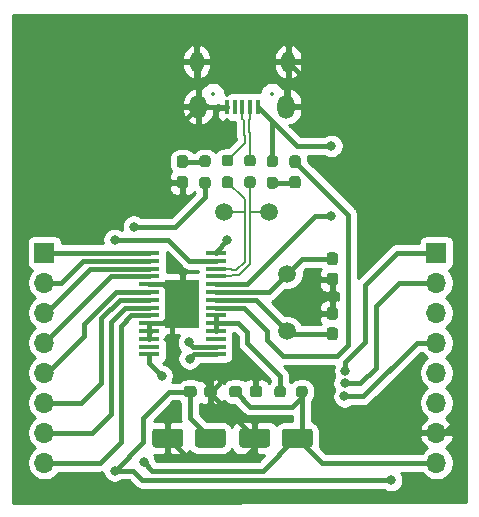
<source format=gbr>
%TF.GenerationSoftware,KiCad,Pcbnew,(5.1.12)-1*%
%TF.CreationDate,2021-12-10T16:35:34+08:00*%
%TF.ProjectId,PDIUSBD12_Module,50444955-5342-4443-9132-5f4d6f64756c,rev?*%
%TF.SameCoordinates,Original*%
%TF.FileFunction,Copper,L1,Top*%
%TF.FilePolarity,Positive*%
%FSLAX46Y46*%
G04 Gerber Fmt 4.6, Leading zero omitted, Abs format (unit mm)*
G04 Created by KiCad (PCBNEW (5.1.12)-1) date 2021-12-10 16:35:34*
%MOMM*%
%LPD*%
G01*
G04 APERTURE LIST*
%TA.AperFunction,SMDPad,CuDef*%
%ADD10R,2.997200X4.089400*%
%TD*%
%TA.AperFunction,SMDPad,CuDef*%
%ADD11R,1.701800X0.355600*%
%TD*%
%TA.AperFunction,ComponentPad*%
%ADD12C,1.500000*%
%TD*%
%TA.AperFunction,SMDPad,CuDef*%
%ADD13C,1.500000*%
%TD*%
%TA.AperFunction,ComponentPad*%
%ADD14O,1.150000X1.800000*%
%TD*%
%TA.AperFunction,ComponentPad*%
%ADD15O,1.450000X2.000000*%
%TD*%
%TA.AperFunction,SMDPad,CuDef*%
%ADD16R,0.450000X1.300000*%
%TD*%
%TA.AperFunction,ComponentPad*%
%ADD17O,1.700000X1.700000*%
%TD*%
%TA.AperFunction,ComponentPad*%
%ADD18R,1.700000X1.700000*%
%TD*%
%TA.AperFunction,ViaPad*%
%ADD19C,0.800000*%
%TD*%
%TA.AperFunction,Conductor*%
%ADD20C,0.400000*%
%TD*%
%TA.AperFunction,Conductor*%
%ADD21C,0.200000*%
%TD*%
%TA.AperFunction,Conductor*%
%ADD22C,0.254000*%
%TD*%
%TA.AperFunction,Conductor*%
%ADD23C,0.350000*%
%TD*%
%ADD24C,0.350000*%
%ADD25O,0.550000X1.200000*%
%ADD26O,0.850000X1.400000*%
G04 APERTURE END LIST*
D10*
%TO.P,U1,EPAD*%
%TO.N,GND*%
X14960600Y17500600D03*
D11*
%TO.P,U1,28*%
%TO.N,A0*%
X17767300Y21793200D03*
%TO.P,U1,27*%
%TO.N,+3V3*%
X17767300Y21132800D03*
%TO.P,U1,26*%
%TO.N,D+*%
X17767300Y20472400D03*
%TO.P,U1,25*%
%TO.N,D-*%
X17767300Y19812000D03*
%TO.P,U1,24*%
%TO.N,+5V*%
X17767300Y19151600D03*
%TO.P,U1,23*%
%TO.N,X2*%
X17767300Y18491200D03*
%TO.P,U1,22*%
%TO.N,X1*%
X17767300Y17830800D03*
%TO.P,U1,21*%
%TO.N,GoodLink*%
X17767300Y17170400D03*
%TO.P,U1,20*%
%TO.N,Net-(R3-Pad2)*%
X17767300Y16510000D03*
%TO.P,U1,19*%
X17767300Y15849600D03*
%TO.P,U1,18*%
X17767300Y15189200D03*
%TO.P,U1,17*%
%TO.N,N/C*%
X17767300Y14528800D03*
%TO.P,U1,16*%
%TO.N,WR*%
X17767300Y13868400D03*
%TO.P,U1,15*%
%TO.N,RD*%
X17767300Y13208000D03*
%TO.P,U1,14*%
%TO.N,INT*%
X12153900Y13208000D03*
%TO.P,U1,13*%
%TO.N,N/C*%
X12153900Y13868400D03*
%TO.P,U1,12*%
%TO.N,GND*%
X12153900Y14528800D03*
%TO.P,U1,11*%
X12153900Y15189200D03*
%TO.P,U1,10*%
X12153900Y15849600D03*
%TO.P,U1,9*%
%TO.N,D7*%
X12153900Y16510000D03*
%TO.P,U1,8*%
%TO.N,D6*%
X12153900Y17170400D03*
%TO.P,U1,7*%
%TO.N,D5*%
X12153900Y17830800D03*
%TO.P,U1,6*%
%TO.N,D4*%
X12153900Y18491200D03*
%TO.P,U1,5*%
%TO.N,GND*%
X12153900Y19151600D03*
%TO.P,U1,4*%
%TO.N,D3*%
X12153900Y19812000D03*
%TO.P,U1,3*%
%TO.N,D2*%
X12153900Y20472400D03*
%TO.P,U1,2*%
%TO.N,D1*%
X12153900Y21132800D03*
%TO.P,U1,1*%
%TO.N,D0*%
X12153900Y21793200D03*
%TD*%
%TO.P,C6,2*%
%TO.N,GND*%
%TA.AperFunction,SMDPad,CuDef*%
G36*
G01*
X15016000Y6671400D02*
X15016000Y5571400D01*
G75*
G02*
X14766000Y5321400I-250000J0D01*
G01*
X12666000Y5321400D01*
G75*
G02*
X12416000Y5571400I0J250000D01*
G01*
X12416000Y6671400D01*
G75*
G02*
X12666000Y6921400I250000J0D01*
G01*
X14766000Y6921400D01*
G75*
G02*
X15016000Y6671400I0J-250000D01*
G01*
G37*
%TD.AperFunction*%
%TO.P,C6,1*%
%TO.N,+3V3*%
%TA.AperFunction,SMDPad,CuDef*%
G36*
G01*
X18616000Y6671400D02*
X18616000Y5571400D01*
G75*
G02*
X18366000Y5321400I-250000J0D01*
G01*
X16266000Y5321400D01*
G75*
G02*
X16016000Y5571400I0J250000D01*
G01*
X16016000Y6671400D01*
G75*
G02*
X16266000Y6921400I250000J0D01*
G01*
X18366000Y6921400D01*
G75*
G02*
X18616000Y6671400I0J-250000D01*
G01*
G37*
%TD.AperFunction*%
%TD*%
D12*
%TO.P,Y1,2*%
%TO.N,X1*%
X23850600Y15160600D03*
%TO.P,Y1,1*%
%TO.N,X2*%
X23850600Y20040600D03*
%TD*%
D13*
%TO.P,TP2,1*%
%TO.N,D-*%
X22326600Y25247600D03*
%TD*%
%TO.P,TP1,1*%
%TO.N,D+*%
X18516600Y25247600D03*
%TD*%
%TO.P,R5,2*%
%TO.N,D+*%
%TA.AperFunction,SMDPad,CuDef*%
G36*
G01*
X18533100Y28275100D02*
X19008100Y28275100D01*
G75*
G02*
X19245600Y28037600I0J-237500D01*
G01*
X19245600Y27537600D01*
G75*
G02*
X19008100Y27300100I-237500J0D01*
G01*
X18533100Y27300100D01*
G75*
G02*
X18295600Y27537600I0J237500D01*
G01*
X18295600Y28037600D01*
G75*
G02*
X18533100Y28275100I237500J0D01*
G01*
G37*
%TD.AperFunction*%
%TO.P,R5,1*%
%TO.N,CONN_D+*%
%TA.AperFunction,SMDPad,CuDef*%
G36*
G01*
X18533100Y30100100D02*
X19008100Y30100100D01*
G75*
G02*
X19245600Y29862600I0J-237500D01*
G01*
X19245600Y29362600D01*
G75*
G02*
X19008100Y29125100I-237500J0D01*
G01*
X18533100Y29125100D01*
G75*
G02*
X18295600Y29362600I0J237500D01*
G01*
X18295600Y29862600D01*
G75*
G02*
X18533100Y30100100I237500J0D01*
G01*
G37*
%TD.AperFunction*%
%TD*%
%TO.P,R4,2*%
%TO.N,D-*%
%TA.AperFunction,SMDPad,CuDef*%
G36*
G01*
X20438100Y28275100D02*
X20913100Y28275100D01*
G75*
G02*
X21150600Y28037600I0J-237500D01*
G01*
X21150600Y27537600D01*
G75*
G02*
X20913100Y27300100I-237500J0D01*
G01*
X20438100Y27300100D01*
G75*
G02*
X20200600Y27537600I0J237500D01*
G01*
X20200600Y28037600D01*
G75*
G02*
X20438100Y28275100I237500J0D01*
G01*
G37*
%TD.AperFunction*%
%TO.P,R4,1*%
%TO.N,CONN_D-*%
%TA.AperFunction,SMDPad,CuDef*%
G36*
G01*
X20438100Y30100100D02*
X20913100Y30100100D01*
G75*
G02*
X21150600Y29862600I0J-237500D01*
G01*
X21150600Y29362600D01*
G75*
G02*
X20913100Y29125100I-237500J0D01*
G01*
X20438100Y29125100D01*
G75*
G02*
X20200600Y29362600I0J237500D01*
G01*
X20200600Y29862600D01*
G75*
G02*
X20438100Y30100100I237500J0D01*
G01*
G37*
%TD.AperFunction*%
%TD*%
%TO.P,R3,1*%
%TO.N,+5V*%
%TA.AperFunction,SMDPad,CuDef*%
G36*
G01*
X25553500Y10295900D02*
X25553500Y9820900D01*
G75*
G02*
X25316000Y9583400I-237500J0D01*
G01*
X24816000Y9583400D01*
G75*
G02*
X24578500Y9820900I0J237500D01*
G01*
X24578500Y10295900D01*
G75*
G02*
X24816000Y10533400I237500J0D01*
G01*
X25316000Y10533400D01*
G75*
G02*
X25553500Y10295900I0J-237500D01*
G01*
G37*
%TD.AperFunction*%
%TO.P,R3,2*%
%TO.N,Net-(R3-Pad2)*%
%TA.AperFunction,SMDPad,CuDef*%
G36*
G01*
X23728500Y10295900D02*
X23728500Y9820900D01*
G75*
G02*
X23491000Y9583400I-237500J0D01*
G01*
X22991000Y9583400D01*
G75*
G02*
X22753500Y9820900I0J237500D01*
G01*
X22753500Y10295900D01*
G75*
G02*
X22991000Y10533400I237500J0D01*
G01*
X23491000Y10533400D01*
G75*
G02*
X23728500Y10295900I0J-237500D01*
G01*
G37*
%TD.AperFunction*%
%TD*%
%TO.P,R2,2*%
%TO.N,+5V*%
%TA.AperFunction,SMDPad,CuDef*%
G36*
G01*
X22818100Y29078100D02*
X22343100Y29078100D01*
G75*
G02*
X22105600Y29315600I0J237500D01*
G01*
X22105600Y29815600D01*
G75*
G02*
X22343100Y30053100I237500J0D01*
G01*
X22818100Y30053100D01*
G75*
G02*
X23055600Y29815600I0J-237500D01*
G01*
X23055600Y29315600D01*
G75*
G02*
X22818100Y29078100I-237500J0D01*
G01*
G37*
%TD.AperFunction*%
%TO.P,R2,1*%
%TO.N,Net-(D2-Pad2)*%
%TA.AperFunction,SMDPad,CuDef*%
G36*
G01*
X22818100Y27253100D02*
X22343100Y27253100D01*
G75*
G02*
X22105600Y27490600I0J237500D01*
G01*
X22105600Y27990600D01*
G75*
G02*
X22343100Y28228100I237500J0D01*
G01*
X22818100Y28228100D01*
G75*
G02*
X23055600Y27990600I0J-237500D01*
G01*
X23055600Y27490600D01*
G75*
G02*
X22818100Y27253100I-237500J0D01*
G01*
G37*
%TD.AperFunction*%
%TD*%
%TO.P,R1,2*%
%TO.N,+5V*%
%TA.AperFunction,SMDPad,CuDef*%
G36*
G01*
X16628100Y28228100D02*
X17103100Y28228100D01*
G75*
G02*
X17340600Y27990600I0J-237500D01*
G01*
X17340600Y27490600D01*
G75*
G02*
X17103100Y27253100I-237500J0D01*
G01*
X16628100Y27253100D01*
G75*
G02*
X16390600Y27490600I0J237500D01*
G01*
X16390600Y27990600D01*
G75*
G02*
X16628100Y28228100I237500J0D01*
G01*
G37*
%TD.AperFunction*%
%TO.P,R1,1*%
%TO.N,Net-(D1-Pad2)*%
%TA.AperFunction,SMDPad,CuDef*%
G36*
G01*
X16628100Y30053100D02*
X17103100Y30053100D01*
G75*
G02*
X17340600Y29815600I0J-237500D01*
G01*
X17340600Y29315600D01*
G75*
G02*
X17103100Y29078100I-237500J0D01*
G01*
X16628100Y29078100D01*
G75*
G02*
X16390600Y29315600I0J237500D01*
G01*
X16390600Y29815600D01*
G75*
G02*
X16628100Y30053100I237500J0D01*
G01*
G37*
%TD.AperFunction*%
%TD*%
D14*
%TO.P,J3,6*%
%TO.N,GND*%
X16165600Y37992600D03*
X23915600Y37992600D03*
D15*
X16315600Y34192600D03*
X23765600Y34192600D03*
D16*
%TO.P,J3,5*%
X18740600Y34142600D03*
%TO.P,J3,4*%
%TO.N,N/C*%
X19390600Y34142600D03*
%TO.P,J3,3*%
%TO.N,CONN_D+*%
X20040600Y34142600D03*
%TO.P,J3,2*%
%TO.N,CONN_D-*%
X20690600Y34142600D03*
%TO.P,J3,1*%
%TO.N,+5V*%
X21340600Y34142600D03*
%TD*%
D17*
%TO.P,J2,8*%
%TO.N,D7*%
X3276600Y4038600D03*
%TO.P,J2,7*%
%TO.N,D6*%
X3276600Y6578600D03*
%TO.P,J2,6*%
%TO.N,D5*%
X3276600Y9118600D03*
%TO.P,J2,5*%
%TO.N,D4*%
X3276600Y11658600D03*
%TO.P,J2,4*%
%TO.N,D3*%
X3276600Y14198600D03*
%TO.P,J2,3*%
%TO.N,D2*%
X3276600Y16738600D03*
%TO.P,J2,2*%
%TO.N,D1*%
X3276600Y19278600D03*
D18*
%TO.P,J2,1*%
%TO.N,D0*%
X3276600Y21818600D03*
%TD*%
%TO.P,J1,1*%
%TO.N,WR*%
X36474400Y21818600D03*
D17*
%TO.P,J1,2*%
%TO.N,RD*%
X36474400Y19278600D03*
%TO.P,J1,3*%
%TO.N,A0*%
X36474400Y16738600D03*
%TO.P,J1,4*%
%TO.N,INT*%
X36474400Y14198600D03*
%TO.P,J1,5*%
%TO.N,N/C*%
X36474400Y11658600D03*
%TO.P,J1,6*%
%TO.N,+3V3*%
X36474400Y9118600D03*
%TO.P,J1,7*%
%TO.N,GND*%
X36474400Y6578600D03*
%TO.P,J1,8*%
%TO.N,+5V*%
X36474400Y4038600D03*
%TD*%
%TO.P,D2,2*%
%TO.N,Net-(D2-Pad2)*%
%TA.AperFunction,SMDPad,CuDef*%
G36*
G01*
X24248100Y28312600D02*
X24723100Y28312600D01*
G75*
G02*
X24960600Y28075100I0J-237500D01*
G01*
X24960600Y27500100D01*
G75*
G02*
X24723100Y27262600I-237500J0D01*
G01*
X24248100Y27262600D01*
G75*
G02*
X24010600Y27500100I0J237500D01*
G01*
X24010600Y28075100D01*
G75*
G02*
X24248100Y28312600I237500J0D01*
G01*
G37*
%TD.AperFunction*%
%TO.P,D2,1*%
%TO.N,GoodLink*%
%TA.AperFunction,SMDPad,CuDef*%
G36*
G01*
X24248100Y30062600D02*
X24723100Y30062600D01*
G75*
G02*
X24960600Y29825100I0J-237500D01*
G01*
X24960600Y29250100D01*
G75*
G02*
X24723100Y29012600I-237500J0D01*
G01*
X24248100Y29012600D01*
G75*
G02*
X24010600Y29250100I0J237500D01*
G01*
X24010600Y29825100D01*
G75*
G02*
X24248100Y30062600I237500J0D01*
G01*
G37*
%TD.AperFunction*%
%TD*%
%TO.P,D1,2*%
%TO.N,Net-(D1-Pad2)*%
%TA.AperFunction,SMDPad,CuDef*%
G36*
G01*
X15198100Y29012600D02*
X14723100Y29012600D01*
G75*
G02*
X14485600Y29250100I0J237500D01*
G01*
X14485600Y29825100D01*
G75*
G02*
X14723100Y30062600I237500J0D01*
G01*
X15198100Y30062600D01*
G75*
G02*
X15435600Y29825100I0J-237500D01*
G01*
X15435600Y29250100D01*
G75*
G02*
X15198100Y29012600I-237500J0D01*
G01*
G37*
%TD.AperFunction*%
%TO.P,D1,1*%
%TO.N,GND*%
%TA.AperFunction,SMDPad,CuDef*%
G36*
G01*
X15198100Y27262600D02*
X14723100Y27262600D01*
G75*
G02*
X14485600Y27500100I0J237500D01*
G01*
X14485600Y28075100D01*
G75*
G02*
X14723100Y28312600I237500J0D01*
G01*
X15198100Y28312600D01*
G75*
G02*
X15435600Y28075100I0J-237500D01*
G01*
X15435600Y27500100D01*
G75*
G02*
X15198100Y27262600I-237500J0D01*
G01*
G37*
%TD.AperFunction*%
%TD*%
%TO.P,C5,2*%
%TO.N,GND*%
%TA.AperFunction,SMDPad,CuDef*%
G36*
G01*
X22382000Y6671400D02*
X22382000Y5571400D01*
G75*
G02*
X22132000Y5321400I-250000J0D01*
G01*
X20032000Y5321400D01*
G75*
G02*
X19782000Y5571400I0J250000D01*
G01*
X19782000Y6671400D01*
G75*
G02*
X20032000Y6921400I250000J0D01*
G01*
X22132000Y6921400D01*
G75*
G02*
X22382000Y6671400I0J-250000D01*
G01*
G37*
%TD.AperFunction*%
%TO.P,C5,1*%
%TO.N,+5V*%
%TA.AperFunction,SMDPad,CuDef*%
G36*
G01*
X25982000Y6671400D02*
X25982000Y5571400D01*
G75*
G02*
X25732000Y5321400I-250000J0D01*
G01*
X23632000Y5321400D01*
G75*
G02*
X23382000Y5571400I0J250000D01*
G01*
X23382000Y6671400D01*
G75*
G02*
X23632000Y6921400I250000J0D01*
G01*
X25732000Y6921400D01*
G75*
G02*
X25982000Y6671400I0J-250000D01*
G01*
G37*
%TD.AperFunction*%
%TD*%
%TO.P,C4,1*%
%TO.N,+3V3*%
%TA.AperFunction,SMDPad,CuDef*%
G36*
G01*
X15083500Y9820900D02*
X15083500Y10295900D01*
G75*
G02*
X15321000Y10533400I237500J0D01*
G01*
X15921000Y10533400D01*
G75*
G02*
X16158500Y10295900I0J-237500D01*
G01*
X16158500Y9820900D01*
G75*
G02*
X15921000Y9583400I-237500J0D01*
G01*
X15321000Y9583400D01*
G75*
G02*
X15083500Y9820900I0J237500D01*
G01*
G37*
%TD.AperFunction*%
%TO.P,C4,2*%
%TO.N,GND*%
%TA.AperFunction,SMDPad,CuDef*%
G36*
G01*
X16808500Y9820900D02*
X16808500Y10295900D01*
G75*
G02*
X17046000Y10533400I237500J0D01*
G01*
X17646000Y10533400D01*
G75*
G02*
X17883500Y10295900I0J-237500D01*
G01*
X17883500Y9820900D01*
G75*
G02*
X17646000Y9583400I-237500J0D01*
G01*
X17046000Y9583400D01*
G75*
G02*
X16808500Y9820900I0J237500D01*
G01*
G37*
%TD.AperFunction*%
%TD*%
%TO.P,C3,2*%
%TO.N,X1*%
%TA.AperFunction,SMDPad,CuDef*%
G36*
G01*
X27423100Y15498100D02*
X27898100Y15498100D01*
G75*
G02*
X28135600Y15260600I0J-237500D01*
G01*
X28135600Y14660600D01*
G75*
G02*
X27898100Y14423100I-237500J0D01*
G01*
X27423100Y14423100D01*
G75*
G02*
X27185600Y14660600I0J237500D01*
G01*
X27185600Y15260600D01*
G75*
G02*
X27423100Y15498100I237500J0D01*
G01*
G37*
%TD.AperFunction*%
%TO.P,C3,1*%
%TO.N,GND*%
%TA.AperFunction,SMDPad,CuDef*%
G36*
G01*
X27423100Y17223100D02*
X27898100Y17223100D01*
G75*
G02*
X28135600Y16985600I0J-237500D01*
G01*
X28135600Y16385600D01*
G75*
G02*
X27898100Y16148100I-237500J0D01*
G01*
X27423100Y16148100D01*
G75*
G02*
X27185600Y16385600I0J237500D01*
G01*
X27185600Y16985600D01*
G75*
G02*
X27423100Y17223100I237500J0D01*
G01*
G37*
%TD.AperFunction*%
%TD*%
%TO.P,C2,2*%
%TO.N,X2*%
%TA.AperFunction,SMDPad,CuDef*%
G36*
G01*
X27898100Y20773100D02*
X27423100Y20773100D01*
G75*
G02*
X27185600Y21010600I0J237500D01*
G01*
X27185600Y21610600D01*
G75*
G02*
X27423100Y21848100I237500J0D01*
G01*
X27898100Y21848100D01*
G75*
G02*
X28135600Y21610600I0J-237500D01*
G01*
X28135600Y21010600D01*
G75*
G02*
X27898100Y20773100I-237500J0D01*
G01*
G37*
%TD.AperFunction*%
%TO.P,C2,1*%
%TO.N,GND*%
%TA.AperFunction,SMDPad,CuDef*%
G36*
G01*
X27898100Y19048100D02*
X27423100Y19048100D01*
G75*
G02*
X27185600Y19285600I0J237500D01*
G01*
X27185600Y19885600D01*
G75*
G02*
X27423100Y20123100I237500J0D01*
G01*
X27898100Y20123100D01*
G75*
G02*
X28135600Y19885600I0J-237500D01*
G01*
X28135600Y19285600D01*
G75*
G02*
X27898100Y19048100I-237500J0D01*
G01*
G37*
%TD.AperFunction*%
%TD*%
%TO.P,C1,1*%
%TO.N,+5V*%
%TA.AperFunction,SMDPad,CuDef*%
G36*
G01*
X18920000Y9820900D02*
X18920000Y10295900D01*
G75*
G02*
X19157500Y10533400I237500J0D01*
G01*
X19757500Y10533400D01*
G75*
G02*
X19995000Y10295900I0J-237500D01*
G01*
X19995000Y9820900D01*
G75*
G02*
X19757500Y9583400I-237500J0D01*
G01*
X19157500Y9583400D01*
G75*
G02*
X18920000Y9820900I0J237500D01*
G01*
G37*
%TD.AperFunction*%
%TO.P,C1,2*%
%TO.N,GND*%
%TA.AperFunction,SMDPad,CuDef*%
G36*
G01*
X20645000Y9820900D02*
X20645000Y10295900D01*
G75*
G02*
X20882500Y10533400I237500J0D01*
G01*
X21482500Y10533400D01*
G75*
G02*
X21720000Y10295900I0J-237500D01*
G01*
X21720000Y9820900D01*
G75*
G02*
X21482500Y9583400I-237500J0D01*
G01*
X20882500Y9583400D01*
G75*
G02*
X20645000Y9820900I0J237500D01*
G01*
G37*
%TD.AperFunction*%
%TD*%
D19*
%TO.N,GND*%
X27660600Y18161000D03*
X15214600Y17627600D03*
%TO.N,+3V3*%
X9220200Y3378200D03*
X9220200Y22910800D03*
X32639000Y2565400D03*
%TO.N,+5V*%
X11684000Y4114800D03*
X10845800Y24028400D03*
X27584400Y30861000D03*
X27559000Y24968200D03*
%TO.N,INT*%
X13208000Y11404600D03*
X28676600Y9652000D03*
%TO.N,A0*%
X18770600Y22885400D03*
%TO.N,RD*%
X15570200Y12852400D03*
X28702000Y10769600D03*
%TO.N,WR*%
X15519400Y14224000D03*
X28752800Y11836400D03*
%TD*%
D20*
%TO.N,GND*%
X12153900Y14528800D02*
X12153900Y15849600D01*
X21082000Y6121400D02*
X21082000Y5359400D01*
X21082000Y5359400D02*
X20066000Y4343400D01*
X15494000Y4343400D02*
X13716000Y6121400D01*
X20066000Y4343400D02*
X15494000Y4343400D01*
X17346000Y10058400D02*
X17346000Y9857400D01*
X17346000Y9857400D02*
X21082000Y6121400D01*
X13309600Y19151600D02*
X14960600Y17500600D01*
X12153900Y19151600D02*
X13309600Y19151600D01*
X13309600Y15849600D02*
X14960600Y17500600D01*
X12153900Y15849600D02*
X13309600Y15849600D01*
X27660600Y19585600D02*
X27660600Y18161000D01*
X21182500Y10058400D02*
X21182500Y10948500D01*
X21182500Y10948500D02*
X20599400Y11531600D01*
X18819200Y11531600D02*
X17346000Y10058400D01*
X20599400Y11531600D02*
X18819200Y11531600D01*
X23915600Y34342600D02*
X23765600Y34192600D01*
X23915600Y37992600D02*
X23915600Y34342600D01*
X16365600Y34142600D02*
X16315600Y34192600D01*
X18740600Y34142600D02*
X16365600Y34142600D01*
X16315600Y37842600D02*
X16165600Y37992600D01*
X16315600Y34192600D02*
X16315600Y37842600D01*
X14960600Y27787600D02*
X13385800Y27787600D01*
X13385800Y27787600D02*
X12801600Y28371800D01*
X12801600Y30678600D02*
X16315600Y34192600D01*
X12801600Y28371800D02*
X12801600Y30678600D01*
X17346000Y10058400D02*
X17346000Y10467000D01*
X17346000Y10467000D02*
X16256000Y11557000D01*
X16256000Y11557000D02*
X14909800Y11557000D01*
X14909800Y11557000D02*
X14071600Y12395200D01*
X14071600Y16611600D02*
X14960600Y17500600D01*
X14071600Y12395200D02*
X14071600Y16611600D01*
X27660600Y18161000D02*
X27660600Y16685600D01*
X36474400Y6578600D02*
X37084000Y6578600D01*
X37084000Y6578600D02*
X38404800Y7899400D01*
X38404800Y23503400D02*
X37431100Y24477100D01*
X38404800Y7899400D02*
X38404800Y23503400D01*
X37431100Y24477100D02*
X23915600Y37992600D01*
%TO.N,+3V3*%
X15621000Y7816400D02*
X17316000Y6121400D01*
X15621000Y10058400D02*
X15621000Y7816400D01*
X15621000Y10058400D02*
X13843000Y10058400D01*
X13843000Y10058400D02*
X11607800Y7823200D01*
X11607800Y7823200D02*
X11607800Y5765800D01*
X11607800Y5765800D02*
X9220200Y3378200D01*
X9220200Y3378200D02*
X9220200Y3378200D01*
X12674600Y22910800D02*
X9220200Y22910800D01*
X13766800Y22910800D02*
X12674600Y22910800D01*
X15544800Y21132800D02*
X13766800Y22910800D01*
X17767300Y21132800D02*
X15544800Y21132800D01*
X9220200Y3378200D02*
X10668000Y3378200D01*
X10668000Y3378200D02*
X10744200Y3378200D01*
X10668000Y3378200D02*
X10769600Y3378200D01*
X10769600Y3378200D02*
X11582400Y2565400D01*
X11582400Y2565400D02*
X32639000Y2565400D01*
X32639000Y2565400D02*
X32639000Y2565400D01*
%TO.N,X2*%
X22301200Y18491200D02*
X23850600Y20040600D01*
X17767300Y18491200D02*
X22301200Y18491200D01*
X25120600Y21310600D02*
X27660600Y21310600D01*
X23850600Y20040600D02*
X25120600Y21310600D01*
%TO.N,X1*%
X21180400Y17830800D02*
X23850600Y15160600D01*
X17767300Y17830800D02*
X21180400Y17830800D01*
X24050600Y14960600D02*
X27660600Y14960600D01*
X23850600Y15160600D02*
X24050600Y14960600D01*
%TO.N,Net-(D1-Pad2)*%
X16837600Y29537600D02*
X16865600Y29565600D01*
X14960600Y29537600D02*
X16837600Y29537600D01*
%TO.N,Net-(D2-Pad2)*%
X24438600Y27740600D02*
X24485600Y27787600D01*
X22580600Y27740600D02*
X24438600Y27740600D01*
%TO.N,GoodLink*%
X28586400Y25436800D02*
X24485600Y29537600D01*
X29006800Y25016400D02*
X28586400Y25436800D01*
X29006800Y14046200D02*
X29006800Y25016400D01*
X28041600Y13081000D02*
X29006800Y14046200D01*
X23469600Y13081000D02*
X28041600Y13081000D01*
X22123400Y14427200D02*
X23469600Y13081000D01*
X22123400Y15214600D02*
X22123400Y14427200D01*
X20167600Y17170400D02*
X22123400Y15214600D01*
X17767300Y17170400D02*
X20167600Y17170400D01*
%TO.N,+5V*%
X25066000Y9597400D02*
X25066000Y10058400D01*
X24257000Y8788400D02*
X25066000Y9597400D01*
X19457500Y10031900D02*
X20701000Y8788400D01*
X19457500Y10058400D02*
X19457500Y10031900D01*
X20701000Y8788400D02*
X24257000Y8788400D01*
X25066000Y6505400D02*
X25066000Y10058400D01*
X24682000Y6121400D02*
X25066000Y6505400D01*
X22580600Y29565600D02*
X22580600Y29692600D01*
X26764800Y4038600D02*
X24682000Y6121400D01*
X36474400Y4038600D02*
X27584400Y4038600D01*
X22580600Y29565600D02*
X22580600Y32902600D01*
X24682000Y6121400D02*
X24485600Y6121400D01*
X24682000Y6121400D02*
X24511000Y6121400D01*
X24511000Y6121400D02*
X21767800Y3378200D01*
X10845800Y24028400D02*
X14376400Y24028400D01*
X16865600Y26517600D02*
X16865600Y27740600D01*
X14376400Y24028400D02*
X16865600Y26517600D01*
X27584400Y4038600D02*
X26764800Y4038600D01*
X24622200Y30861000D02*
X22445700Y33037500D01*
X27584400Y30861000D02*
X24622200Y30861000D01*
X22445700Y33037500D02*
X21340600Y34142600D01*
X22580600Y32902600D02*
X22445700Y33037500D01*
X17767300Y19151600D02*
X20396200Y19151600D01*
X20396200Y19151600D02*
X26212800Y24968200D01*
X26212800Y24968200D02*
X27559000Y24968200D01*
X27559000Y24968200D02*
X27559000Y24968200D01*
X12471400Y3378200D02*
X12420600Y3378200D01*
X21767800Y3378200D02*
X12471400Y3378200D01*
X12420600Y3378200D02*
X11684000Y4114800D01*
%TO.N,INT*%
X12153900Y13208000D02*
X12153900Y12458700D01*
X12153900Y12458700D02*
X13208000Y11404600D01*
X13208000Y11404600D02*
X13208000Y11404600D01*
X28676600Y9652000D02*
X30251400Y9652000D01*
X34798000Y14198600D02*
X36474400Y14198600D01*
X30251400Y9652000D02*
X34798000Y14198600D01*
%TO.N,A0*%
X17767300Y21793200D02*
X17767300Y21882100D01*
X17767300Y21882100D02*
X18770600Y22885400D01*
X18770600Y22885400D02*
X18770600Y22885400D01*
%TO.N,RD*%
X17767300Y13208000D02*
X15925800Y13208000D01*
X15925800Y13208000D02*
X15570200Y12852400D01*
X15570200Y12852400D02*
X15570200Y12852400D01*
X30022800Y10769600D02*
X28702000Y10769600D01*
X31318200Y12065000D02*
X31318200Y17322800D01*
X31318200Y12065000D02*
X30022800Y10769600D01*
X33274000Y19278600D02*
X36474400Y19278600D01*
X31318200Y17322800D02*
X33274000Y19278600D01*
%TO.N,WR*%
X17767300Y13868400D02*
X15875000Y13868400D01*
X15875000Y13868400D02*
X15519400Y14224000D01*
X15519400Y14224000D02*
X15519400Y14224000D01*
X28752800Y11836400D02*
X28752800Y12598400D01*
X30429200Y14274800D02*
X30429200Y19100800D01*
X28752800Y12598400D02*
X30429200Y14274800D01*
X33147000Y21818600D02*
X36474400Y21818600D01*
X30429200Y19100800D02*
X33147000Y21818600D01*
%TO.N,D7*%
X10617200Y16510000D02*
X9753600Y15646400D01*
X9753600Y15646400D02*
X9753600Y5816600D01*
X12153900Y16510000D02*
X10617200Y16510000D01*
X9753600Y5816600D02*
X7975600Y4038600D01*
X7975600Y4038600D02*
X3276600Y4038600D01*
%TO.N,D6*%
X12153900Y17170400D02*
X10134600Y17170400D01*
X10134600Y17170400D02*
X8915400Y15951200D01*
X8915400Y15951200D02*
X8915400Y8153400D01*
X7340600Y6578600D02*
X3276600Y6578600D01*
X8915400Y8153400D02*
X7340600Y6578600D01*
%TO.N,D5*%
X12153900Y17830800D02*
X9652000Y17830800D01*
X9652000Y17830800D02*
X8102600Y16281400D01*
X8102600Y16281400D02*
X8102600Y10820400D01*
X6400800Y9118600D02*
X3276600Y9118600D01*
X8102600Y10820400D02*
X6400800Y9118600D01*
%TO.N,D4*%
X12153900Y18491200D02*
X12141200Y18491200D01*
X12153900Y18491200D02*
X9321800Y18491200D01*
X9321800Y18491200D02*
X6591300Y15760700D01*
X6591300Y15760700D02*
X6591300Y14744700D01*
X6591300Y14744700D02*
X3505200Y11658600D01*
X3505200Y11658600D02*
X3276600Y11658600D01*
%TO.N,D3*%
X8890000Y19812000D02*
X3276600Y14198600D01*
X12153900Y19812000D02*
X8890000Y19812000D01*
%TO.N,D2*%
X12153900Y20472400D02*
X7137400Y20472400D01*
X3403600Y16738600D02*
X3276600Y16738600D01*
X7137400Y20472400D02*
X3403600Y16738600D01*
%TO.N,D1*%
X12153900Y21132800D02*
X6578600Y21132800D01*
X4724400Y19278600D02*
X3276600Y19278600D01*
X6578600Y21132800D02*
X4724400Y19278600D01*
%TO.N,D0*%
X3302000Y21793200D02*
X3276600Y21818600D01*
X12153900Y21793200D02*
X3302000Y21793200D01*
%TO.N,Net-(R3-Pad2)*%
X17767300Y16510000D02*
X17767300Y15189200D01*
X19710400Y15849600D02*
X17767300Y15849600D01*
X20472400Y15087600D02*
X20472400Y14147800D01*
X20472400Y15087600D02*
X19710400Y15849600D01*
X23241000Y11379200D02*
X23241000Y11099800D01*
X20472400Y14147800D02*
X23241000Y11379200D01*
X23241000Y10058400D02*
X23241000Y11099800D01*
D21*
%TO.N,D+*%
X19148851Y20367200D02*
X19541000Y20367200D01*
X19043651Y20472400D02*
X19148851Y20367200D01*
X17767300Y20472400D02*
X19043651Y20472400D01*
X20225600Y21051800D02*
X19541000Y20367200D01*
X18770600Y27787600D02*
X20225600Y26332600D01*
X18574600Y25305600D02*
X18516600Y25247600D01*
X20225600Y25305600D02*
X18574600Y25305600D01*
X20225600Y26332600D02*
X20225600Y25305600D01*
X20225600Y25305600D02*
X20225600Y21051800D01*
%TO.N,D-*%
X19043651Y19812000D02*
X17767300Y19812000D01*
X19148851Y19917200D02*
X19043651Y19812000D01*
X19727400Y19917200D02*
X19148851Y19917200D01*
X20675600Y20865400D02*
X19727400Y19917200D01*
X20675600Y25247600D02*
X22326600Y25247600D01*
X20675600Y27787600D02*
X20675600Y25247600D01*
X20675600Y25247600D02*
X20675600Y20865400D01*
%TO.N,CONN_D+*%
X20040600Y33167599D02*
X20040600Y34142600D01*
X20140600Y33067599D02*
X20040600Y33167599D01*
X20225600Y31729400D02*
X20140600Y31814400D01*
X20225600Y31067600D02*
X20225600Y31729400D01*
X20140600Y31814400D02*
X20140600Y33067599D01*
X18770600Y29612600D02*
X20225600Y31067600D01*
%TO.N,CONN_D-*%
X20590600Y32000800D02*
X20590600Y33067599D01*
X20675600Y31915800D02*
X20590600Y32000800D01*
X20675600Y29612600D02*
X20675600Y31915800D01*
X20690600Y33167599D02*
X20690600Y34142600D01*
X20590600Y33067599D02*
X20690600Y33167599D01*
%TD*%
D22*
%TO.N,GND*%
X38963607Y684976D02*
X660000Y660423D01*
X660000Y22668600D01*
X1788528Y22668600D01*
X1788528Y20968600D01*
X1800788Y20844118D01*
X1837098Y20724420D01*
X1896063Y20614106D01*
X1975415Y20517415D01*
X2072106Y20438063D01*
X2182420Y20379098D01*
X2254980Y20357087D01*
X2123125Y20225232D01*
X1960610Y19982011D01*
X1848668Y19711758D01*
X1791600Y19424860D01*
X1791600Y19132340D01*
X1848668Y18845442D01*
X1960610Y18575189D01*
X2123125Y18331968D01*
X2329968Y18125125D01*
X2504360Y18008600D01*
X2329968Y17892075D01*
X2123125Y17685232D01*
X1960610Y17442011D01*
X1848668Y17171758D01*
X1791600Y16884860D01*
X1791600Y16592340D01*
X1848668Y16305442D01*
X1960610Y16035189D01*
X2123125Y15791968D01*
X2329968Y15585125D01*
X2504360Y15468600D01*
X2329968Y15352075D01*
X2123125Y15145232D01*
X1960610Y14902011D01*
X1848668Y14631758D01*
X1791600Y14344860D01*
X1791600Y14052340D01*
X1848668Y13765442D01*
X1960610Y13495189D01*
X2123125Y13251968D01*
X2329968Y13045125D01*
X2504360Y12928600D01*
X2329968Y12812075D01*
X2123125Y12605232D01*
X1960610Y12362011D01*
X1848668Y12091758D01*
X1791600Y11804860D01*
X1791600Y11512340D01*
X1848668Y11225442D01*
X1960610Y10955189D01*
X2123125Y10711968D01*
X2329968Y10505125D01*
X2504360Y10388600D01*
X2329968Y10272075D01*
X2123125Y10065232D01*
X1960610Y9822011D01*
X1848668Y9551758D01*
X1791600Y9264860D01*
X1791600Y8972340D01*
X1848668Y8685442D01*
X1960610Y8415189D01*
X2123125Y8171968D01*
X2329968Y7965125D01*
X2504360Y7848600D01*
X2329968Y7732075D01*
X2123125Y7525232D01*
X1960610Y7282011D01*
X1848668Y7011758D01*
X1791600Y6724860D01*
X1791600Y6432340D01*
X1848668Y6145442D01*
X1960610Y5875189D01*
X2123125Y5631968D01*
X2329968Y5425125D01*
X2504360Y5308600D01*
X2329968Y5192075D01*
X2123125Y4985232D01*
X1960610Y4742011D01*
X1848668Y4471758D01*
X1791600Y4184860D01*
X1791600Y3892340D01*
X1848668Y3605442D01*
X1960610Y3335189D01*
X2123125Y3091968D01*
X2329968Y2885125D01*
X2573189Y2722610D01*
X2843442Y2610668D01*
X3130340Y2553600D01*
X3422860Y2553600D01*
X3709758Y2610668D01*
X3980011Y2722610D01*
X4223232Y2885125D01*
X4430075Y3091968D01*
X4504665Y3203600D01*
X7934582Y3203600D01*
X7975600Y3199560D01*
X8016618Y3203600D01*
X8016619Y3203600D01*
X8139289Y3215682D01*
X8193952Y3232264D01*
X8224974Y3076302D01*
X8302995Y2887944D01*
X8416263Y2718426D01*
X8560426Y2574263D01*
X8729944Y2460995D01*
X8918302Y2382974D01*
X9118261Y2343200D01*
X9322139Y2343200D01*
X9522098Y2382974D01*
X9710456Y2460995D01*
X9833485Y2543200D01*
X10423732Y2543200D01*
X10962963Y2003968D01*
X10989109Y1972109D01*
X11116254Y1867764D01*
X11261313Y1790228D01*
X11418711Y1742482D01*
X11541381Y1730400D01*
X11541382Y1730400D01*
X11582400Y1726360D01*
X11623418Y1730400D01*
X32025715Y1730400D01*
X32148744Y1648195D01*
X32337102Y1570174D01*
X32537061Y1530400D01*
X32740939Y1530400D01*
X32940898Y1570174D01*
X33129256Y1648195D01*
X33298774Y1761463D01*
X33442937Y1905626D01*
X33556205Y2075144D01*
X33634226Y2263502D01*
X33674000Y2463461D01*
X33674000Y2667339D01*
X33634226Y2867298D01*
X33556205Y3055656D01*
X33457352Y3203600D01*
X35246335Y3203600D01*
X35320925Y3091968D01*
X35527768Y2885125D01*
X35770989Y2722610D01*
X36041242Y2610668D01*
X36328140Y2553600D01*
X36620660Y2553600D01*
X36907558Y2610668D01*
X37177811Y2722610D01*
X37421032Y2885125D01*
X37627875Y3091968D01*
X37790390Y3335189D01*
X37902332Y3605442D01*
X37959400Y3892340D01*
X37959400Y4184860D01*
X37902332Y4471758D01*
X37790390Y4742011D01*
X37627875Y4985232D01*
X37421032Y5192075D01*
X37238866Y5313795D01*
X37355755Y5383422D01*
X37571988Y5578331D01*
X37746041Y5811680D01*
X37871225Y6074501D01*
X37915876Y6221710D01*
X37794555Y6451600D01*
X36601400Y6451600D01*
X36601400Y6431600D01*
X36347400Y6431600D01*
X36347400Y6451600D01*
X35154245Y6451600D01*
X35032924Y6221710D01*
X35077575Y6074501D01*
X35202759Y5811680D01*
X35376812Y5578331D01*
X35593045Y5383422D01*
X35709934Y5313795D01*
X35527768Y5192075D01*
X35320925Y4985232D01*
X35246335Y4873600D01*
X27110668Y4873600D01*
X26599078Y5385190D01*
X26603008Y5398146D01*
X26620072Y5571400D01*
X26620072Y6671400D01*
X26603008Y6844654D01*
X26552472Y7011250D01*
X26470405Y7164786D01*
X26359962Y7299362D01*
X26225386Y7409805D01*
X26071850Y7491872D01*
X25905254Y7542408D01*
X25901000Y7542827D01*
X25901000Y9173773D01*
X25935123Y9201777D01*
X26044012Y9334458D01*
X26124923Y9485833D01*
X26174748Y9650084D01*
X26191572Y9820900D01*
X26191572Y10295900D01*
X26174748Y10466716D01*
X26124923Y10630967D01*
X26044012Y10782342D01*
X25935123Y10915023D01*
X25802442Y11023912D01*
X25651067Y11104823D01*
X25486816Y11154648D01*
X25316000Y11171472D01*
X24816000Y11171472D01*
X24645184Y11154648D01*
X24480933Y11104823D01*
X24329558Y11023912D01*
X24196877Y10915023D01*
X24153500Y10862168D01*
X24110123Y10915023D01*
X24076000Y10943027D01*
X24076000Y11338182D01*
X24080040Y11379200D01*
X24063918Y11542888D01*
X24028818Y11658600D01*
X24016172Y11700287D01*
X23938636Y11845346D01*
X23898004Y11894856D01*
X23860439Y11940630D01*
X23860437Y11940632D01*
X23834291Y11972491D01*
X23802433Y11998636D01*
X23555069Y12246000D01*
X27802186Y12246000D01*
X27757574Y12138298D01*
X27717800Y11938339D01*
X27717800Y11734461D01*
X27757574Y11534502D01*
X27835595Y11346144D01*
X27839023Y11341014D01*
X27784795Y11259856D01*
X27706774Y11071498D01*
X27667000Y10871539D01*
X27667000Y10667661D01*
X27706774Y10467702D01*
X27784795Y10279344D01*
X27817895Y10229807D01*
X27759395Y10142256D01*
X27681374Y9953898D01*
X27641600Y9753939D01*
X27641600Y9550061D01*
X27681374Y9350102D01*
X27759395Y9161744D01*
X27872663Y8992226D01*
X28016826Y8848063D01*
X28186344Y8734795D01*
X28374702Y8656774D01*
X28574661Y8617000D01*
X28778539Y8617000D01*
X28978498Y8656774D01*
X29166856Y8734795D01*
X29289885Y8817000D01*
X30210382Y8817000D01*
X30251400Y8812960D01*
X30292418Y8817000D01*
X30292419Y8817000D01*
X30415089Y8829082D01*
X30572487Y8876828D01*
X30717546Y8954364D01*
X30844691Y9058709D01*
X30870846Y9090579D01*
X35143868Y13363600D01*
X35246335Y13363600D01*
X35320925Y13251968D01*
X35527768Y13045125D01*
X35702160Y12928600D01*
X35527768Y12812075D01*
X35320925Y12605232D01*
X35158410Y12362011D01*
X35046468Y12091758D01*
X34989400Y11804860D01*
X34989400Y11512340D01*
X35046468Y11225442D01*
X35158410Y10955189D01*
X35320925Y10711968D01*
X35527768Y10505125D01*
X35702160Y10388600D01*
X35527768Y10272075D01*
X35320925Y10065232D01*
X35158410Y9822011D01*
X35046468Y9551758D01*
X34989400Y9264860D01*
X34989400Y8972340D01*
X35046468Y8685442D01*
X35158410Y8415189D01*
X35320925Y8171968D01*
X35527768Y7965125D01*
X35709934Y7843405D01*
X35593045Y7773778D01*
X35376812Y7578869D01*
X35202759Y7345520D01*
X35077575Y7082699D01*
X35032924Y6935490D01*
X35154245Y6705600D01*
X36347400Y6705600D01*
X36347400Y6725600D01*
X36601400Y6725600D01*
X36601400Y6705600D01*
X37794555Y6705600D01*
X37915876Y6935490D01*
X37871225Y7082699D01*
X37746041Y7345520D01*
X37571988Y7578869D01*
X37355755Y7773778D01*
X37238866Y7843405D01*
X37421032Y7965125D01*
X37627875Y8171968D01*
X37790390Y8415189D01*
X37902332Y8685442D01*
X37959400Y8972340D01*
X37959400Y9264860D01*
X37902332Y9551758D01*
X37790390Y9822011D01*
X37627875Y10065232D01*
X37421032Y10272075D01*
X37246640Y10388600D01*
X37421032Y10505125D01*
X37627875Y10711968D01*
X37790390Y10955189D01*
X37902332Y11225442D01*
X37959400Y11512340D01*
X37959400Y11804860D01*
X37902332Y12091758D01*
X37790390Y12362011D01*
X37627875Y12605232D01*
X37421032Y12812075D01*
X37246640Y12928600D01*
X37421032Y13045125D01*
X37627875Y13251968D01*
X37790390Y13495189D01*
X37902332Y13765442D01*
X37959400Y14052340D01*
X37959400Y14344860D01*
X37902332Y14631758D01*
X37790390Y14902011D01*
X37627875Y15145232D01*
X37421032Y15352075D01*
X37246640Y15468600D01*
X37421032Y15585125D01*
X37627875Y15791968D01*
X37790390Y16035189D01*
X37902332Y16305442D01*
X37959400Y16592340D01*
X37959400Y16884860D01*
X37902332Y17171758D01*
X37790390Y17442011D01*
X37627875Y17685232D01*
X37421032Y17892075D01*
X37246640Y18008600D01*
X37421032Y18125125D01*
X37627875Y18331968D01*
X37790390Y18575189D01*
X37902332Y18845442D01*
X37959400Y19132340D01*
X37959400Y19424860D01*
X37902332Y19711758D01*
X37790390Y19982011D01*
X37627875Y20225232D01*
X37496020Y20357087D01*
X37568580Y20379098D01*
X37678894Y20438063D01*
X37775585Y20517415D01*
X37854937Y20614106D01*
X37913902Y20724420D01*
X37950212Y20844118D01*
X37962472Y20968600D01*
X37962472Y22668600D01*
X37950212Y22793082D01*
X37913902Y22912780D01*
X37854937Y23023094D01*
X37775585Y23119785D01*
X37678894Y23199137D01*
X37568580Y23258102D01*
X37448882Y23294412D01*
X37324400Y23306672D01*
X35624400Y23306672D01*
X35499918Y23294412D01*
X35380220Y23258102D01*
X35269906Y23199137D01*
X35173215Y23119785D01*
X35093863Y23023094D01*
X35034898Y22912780D01*
X34998588Y22793082D01*
X34986328Y22668600D01*
X34986328Y22653600D01*
X33188018Y22653600D01*
X33147000Y22657640D01*
X33105982Y22653600D01*
X33105981Y22653600D01*
X32983311Y22641518D01*
X32876351Y22609072D01*
X32825913Y22593772D01*
X32680854Y22516236D01*
X32593631Y22444654D01*
X32553709Y22411891D01*
X32527563Y22380032D01*
X29867774Y19720241D01*
X29841800Y19698925D01*
X29841800Y24975393D01*
X29845839Y25016401D01*
X29841800Y25057409D01*
X29841800Y25057419D01*
X29829718Y25180089D01*
X29781972Y25337487D01*
X29704436Y25482546D01*
X29600091Y25609691D01*
X29568221Y25635846D01*
X29205843Y25998224D01*
X29205838Y25998230D01*
X25598672Y29605395D01*
X25598672Y29825100D01*
X25581848Y29995916D01*
X25572722Y30026000D01*
X26971115Y30026000D01*
X27094144Y29943795D01*
X27282502Y29865774D01*
X27482461Y29826000D01*
X27686339Y29826000D01*
X27886298Y29865774D01*
X28074656Y29943795D01*
X28244174Y30057063D01*
X28388337Y30201226D01*
X28501605Y30370744D01*
X28579626Y30559102D01*
X28619400Y30759061D01*
X28619400Y30962939D01*
X28579626Y31162898D01*
X28501605Y31351256D01*
X28388337Y31520774D01*
X28244174Y31664937D01*
X28074656Y31778205D01*
X27886298Y31856226D01*
X27686339Y31896000D01*
X27482461Y31896000D01*
X27282502Y31856226D01*
X27094144Y31778205D01*
X26971115Y31696000D01*
X24968069Y31696000D01*
X24009193Y32654875D01*
X24102858Y32600081D01*
X24168717Y32612522D01*
X24415579Y32716243D01*
X24637463Y32866131D01*
X24825842Y33056427D01*
X24973476Y33279817D01*
X25074692Y33527717D01*
X25125600Y33790600D01*
X25125600Y34065600D01*
X23892600Y34065600D01*
X23892600Y34045600D01*
X23638600Y34045600D01*
X23638600Y34065600D01*
X23618600Y34065600D01*
X23618600Y34319600D01*
X23638600Y34319600D01*
X23638600Y35662118D01*
X23892600Y35662118D01*
X23892600Y34319600D01*
X25125600Y34319600D01*
X25125600Y34594600D01*
X25074692Y34857483D01*
X24973476Y35105383D01*
X24825842Y35328773D01*
X24637463Y35519069D01*
X24415579Y35668957D01*
X24168717Y35772678D01*
X24102858Y35785119D01*
X23892600Y35662118D01*
X23638600Y35662118D01*
X23428342Y35785119D01*
X23423496Y35784204D01*
X23344537Y35902374D01*
X23200374Y36046537D01*
X23030856Y36159805D01*
X22842498Y36237826D01*
X22642539Y36277600D01*
X22438661Y36277600D01*
X22238702Y36237826D01*
X22050344Y36159805D01*
X21880826Y36046537D01*
X21736663Y35902374D01*
X21623395Y35732856D01*
X21545374Y35544498D01*
X21522733Y35430672D01*
X21115600Y35430672D01*
X21015600Y35420823D01*
X20915600Y35430672D01*
X20465600Y35430672D01*
X20365600Y35420823D01*
X20265600Y35430672D01*
X19815600Y35430672D01*
X19715600Y35420823D01*
X19615600Y35430672D01*
X19165600Y35430672D01*
X19062135Y35420482D01*
X18997350Y35427600D01*
X18965103Y35395353D01*
X18921420Y35382102D01*
X18811106Y35323137D01*
X18714415Y35243785D01*
X18642600Y35156278D01*
X18642600Y35268850D01*
X18575600Y35335850D01*
X18575600Y35344539D01*
X18535826Y35544498D01*
X18457805Y35732856D01*
X18344537Y35902374D01*
X18200374Y36046537D01*
X18030856Y36159805D01*
X17842498Y36237826D01*
X17642539Y36277600D01*
X17438661Y36277600D01*
X17238702Y36237826D01*
X17050344Y36159805D01*
X16880826Y36046537D01*
X16736663Y35902374D01*
X16657704Y35784204D01*
X16652858Y35785119D01*
X16442600Y35662118D01*
X16442600Y34319600D01*
X17064334Y34319600D01*
X17238702Y34247374D01*
X17438661Y34207600D01*
X17642539Y34207600D01*
X17842498Y34247374D01*
X17997409Y34311541D01*
X18039350Y34269600D01*
X18527528Y34269600D01*
X18527528Y34015600D01*
X18039350Y34015600D01*
X17880600Y33856850D01*
X17877614Y33503068D01*
X17887830Y33378402D01*
X17922172Y33258125D01*
X17979318Y33146858D01*
X18057074Y33048878D01*
X18152450Y32967950D01*
X18261782Y32907184D01*
X18380868Y32868915D01*
X18483850Y32857600D01*
X18642600Y33016350D01*
X18642600Y33128922D01*
X18714415Y33041415D01*
X18811106Y32962063D01*
X18921420Y32903098D01*
X18965103Y32889847D01*
X18997350Y32857600D01*
X19062135Y32864718D01*
X19165600Y32854528D01*
X19374533Y32854528D01*
X19405601Y32796404D01*
X19405600Y31850506D01*
X19402044Y31814400D01*
X19416235Y31670315D01*
X19426592Y31636172D01*
X19458263Y31531768D01*
X19490600Y31471270D01*
X19490600Y31372047D01*
X18856726Y30738172D01*
X18533100Y30738172D01*
X18362284Y30721348D01*
X18198033Y30671523D01*
X18046658Y30590612D01*
X17913977Y30481723D01*
X17805088Y30349042D01*
X17800139Y30339783D01*
X17722223Y30434723D01*
X17589542Y30543612D01*
X17438167Y30624523D01*
X17273916Y30674348D01*
X17103100Y30691172D01*
X16628100Y30691172D01*
X16457284Y30674348D01*
X16293033Y30624523D01*
X16141658Y30543612D01*
X16008977Y30434723D01*
X15957994Y30372600D01*
X15876003Y30372600D01*
X15817223Y30444223D01*
X15684542Y30553112D01*
X15533167Y30634023D01*
X15368916Y30683848D01*
X15198100Y30700672D01*
X14723100Y30700672D01*
X14552284Y30683848D01*
X14388033Y30634023D01*
X14236658Y30553112D01*
X14103977Y30444223D01*
X13995088Y30311542D01*
X13914177Y30160167D01*
X13864352Y29995916D01*
X13847528Y29825100D01*
X13847528Y29250100D01*
X13864352Y29079284D01*
X13914177Y28915033D01*
X13995088Y28763658D01*
X14014699Y28739761D01*
X13955063Y28667094D01*
X13896098Y28556780D01*
X13859788Y28437082D01*
X13847528Y28312600D01*
X13850600Y28073350D01*
X14009350Y27914600D01*
X14833600Y27914600D01*
X14833600Y27934600D01*
X15087600Y27934600D01*
X15087600Y27914600D01*
X15107600Y27914600D01*
X15107600Y27660600D01*
X15087600Y27660600D01*
X15087600Y26786350D01*
X15246350Y26627600D01*
X15435600Y26624528D01*
X15560082Y26636788D01*
X15679780Y26673098D01*
X15790094Y26732063D01*
X15886785Y26811415D01*
X15966137Y26908106D01*
X15971177Y26917536D01*
X16008977Y26871477D01*
X16025252Y26858120D01*
X14030533Y24863400D01*
X11459085Y24863400D01*
X11336056Y24945605D01*
X11147698Y25023626D01*
X10947739Y25063400D01*
X10743861Y25063400D01*
X10543902Y25023626D01*
X10355544Y24945605D01*
X10186026Y24832337D01*
X10041863Y24688174D01*
X9928595Y24518656D01*
X9850574Y24330298D01*
X9810800Y24130339D01*
X9810800Y23926461D01*
X9846735Y23745800D01*
X9833485Y23745800D01*
X9710456Y23828005D01*
X9522098Y23906026D01*
X9322139Y23945800D01*
X9118261Y23945800D01*
X8918302Y23906026D01*
X8729944Y23828005D01*
X8560426Y23714737D01*
X8416263Y23570574D01*
X8302995Y23401056D01*
X8224974Y23212698D01*
X8185200Y23012739D01*
X8185200Y22808861D01*
X8221135Y22628200D01*
X4764672Y22628200D01*
X4764672Y22668600D01*
X4752412Y22793082D01*
X4716102Y22912780D01*
X4657137Y23023094D01*
X4577785Y23119785D01*
X4481094Y23199137D01*
X4370780Y23258102D01*
X4251082Y23294412D01*
X4126600Y23306672D01*
X2426600Y23306672D01*
X2302118Y23294412D01*
X2182420Y23258102D01*
X2072106Y23199137D01*
X1975415Y23119785D01*
X1896063Y23023094D01*
X1837098Y22912780D01*
X1800788Y22793082D01*
X1788528Y22668600D01*
X660000Y22668600D01*
X660000Y27262600D01*
X13847528Y27262600D01*
X13859788Y27138118D01*
X13896098Y27018420D01*
X13955063Y26908106D01*
X14034415Y26811415D01*
X14131106Y26732063D01*
X14241420Y26673098D01*
X14361118Y26636788D01*
X14485600Y26624528D01*
X14674850Y26627600D01*
X14833600Y26786350D01*
X14833600Y27660600D01*
X14009350Y27660600D01*
X13850600Y27501850D01*
X13847528Y27262600D01*
X660000Y27262600D01*
X660000Y34065600D01*
X14955600Y34065600D01*
X14955600Y33790600D01*
X15006508Y33527717D01*
X15107724Y33279817D01*
X15255358Y33056427D01*
X15443737Y32866131D01*
X15665621Y32716243D01*
X15912483Y32612522D01*
X15978342Y32600081D01*
X16188600Y32723082D01*
X16188600Y34065600D01*
X16442600Y34065600D01*
X16442600Y32723082D01*
X16652858Y32600081D01*
X16718717Y32612522D01*
X16965579Y32716243D01*
X17187463Y32866131D01*
X17375842Y33056427D01*
X17523476Y33279817D01*
X17624692Y33527717D01*
X17675600Y33790600D01*
X17675600Y34065600D01*
X16442600Y34065600D01*
X16188600Y34065600D01*
X14955600Y34065600D01*
X660000Y34065600D01*
X660000Y34594600D01*
X14955600Y34594600D01*
X14955600Y34319600D01*
X16188600Y34319600D01*
X16188600Y35662118D01*
X15978342Y35785119D01*
X15912483Y35772678D01*
X15665621Y35668957D01*
X15443737Y35519069D01*
X15255358Y35328773D01*
X15107724Y35105383D01*
X15006508Y34857483D01*
X14955600Y34594600D01*
X660000Y34594600D01*
X660000Y37865600D01*
X14955600Y37865600D01*
X14955600Y37540600D01*
X15003626Y37306981D01*
X15096306Y37087220D01*
X15230079Y36889763D01*
X15399803Y36722198D01*
X15598956Y36590964D01*
X15819885Y36501104D01*
X15851923Y36498965D01*
X16038600Y36624050D01*
X16038600Y37865600D01*
X16292600Y37865600D01*
X16292600Y36624050D01*
X16479277Y36498965D01*
X16511315Y36501104D01*
X16732244Y36590964D01*
X16931397Y36722198D01*
X17101121Y36889763D01*
X17234894Y37087220D01*
X17327574Y37306981D01*
X17375600Y37540600D01*
X17375600Y37865600D01*
X22705600Y37865600D01*
X22705600Y37540600D01*
X22753626Y37306981D01*
X22846306Y37087220D01*
X22980079Y36889763D01*
X23149803Y36722198D01*
X23348956Y36590964D01*
X23569885Y36501104D01*
X23601923Y36498965D01*
X23788600Y36624050D01*
X23788600Y37865600D01*
X24042600Y37865600D01*
X24042600Y36624050D01*
X24229277Y36498965D01*
X24261315Y36501104D01*
X24482244Y36590964D01*
X24681397Y36722198D01*
X24851121Y36889763D01*
X24984894Y37087220D01*
X25077574Y37306981D01*
X25125600Y37540600D01*
X25125600Y37865600D01*
X24042600Y37865600D01*
X23788600Y37865600D01*
X22705600Y37865600D01*
X17375600Y37865600D01*
X16292600Y37865600D01*
X16038600Y37865600D01*
X14955600Y37865600D01*
X660000Y37865600D01*
X660000Y38444600D01*
X14955600Y38444600D01*
X14955600Y38119600D01*
X16038600Y38119600D01*
X16038600Y39361150D01*
X16292600Y39361150D01*
X16292600Y38119600D01*
X17375600Y38119600D01*
X17375600Y38444600D01*
X22705600Y38444600D01*
X22705600Y38119600D01*
X23788600Y38119600D01*
X23788600Y39361150D01*
X24042600Y39361150D01*
X24042600Y38119600D01*
X25125600Y38119600D01*
X25125600Y38444600D01*
X25077574Y38678219D01*
X24984894Y38897980D01*
X24851121Y39095437D01*
X24681397Y39263002D01*
X24482244Y39394236D01*
X24261315Y39484096D01*
X24229277Y39486235D01*
X24042600Y39361150D01*
X23788600Y39361150D01*
X23601923Y39486235D01*
X23569885Y39484096D01*
X23348956Y39394236D01*
X23149803Y39263002D01*
X22980079Y39095437D01*
X22846306Y38897980D01*
X22753626Y38678219D01*
X22705600Y38444600D01*
X17375600Y38444600D01*
X17327574Y38678219D01*
X17234894Y38897980D01*
X17101121Y39095437D01*
X16931397Y39263002D01*
X16732244Y39394236D01*
X16511315Y39484096D01*
X16479277Y39486235D01*
X16292600Y39361150D01*
X16038600Y39361150D01*
X15851923Y39486235D01*
X15819885Y39484096D01*
X15598956Y39394236D01*
X15399803Y39263002D01*
X15230079Y39095437D01*
X15096306Y38897980D01*
X15003626Y38678219D01*
X14955600Y38444600D01*
X660000Y38444600D01*
X660000Y41986600D01*
X38938993Y41986600D01*
X38963607Y684976D01*
%TA.AperFunction,Conductor*%
D23*
G36*
X38963607Y684976D02*
G01*
X660000Y660423D01*
X660000Y22668600D01*
X1788528Y22668600D01*
X1788528Y20968600D01*
X1800788Y20844118D01*
X1837098Y20724420D01*
X1896063Y20614106D01*
X1975415Y20517415D01*
X2072106Y20438063D01*
X2182420Y20379098D01*
X2254980Y20357087D01*
X2123125Y20225232D01*
X1960610Y19982011D01*
X1848668Y19711758D01*
X1791600Y19424860D01*
X1791600Y19132340D01*
X1848668Y18845442D01*
X1960610Y18575189D01*
X2123125Y18331968D01*
X2329968Y18125125D01*
X2504360Y18008600D01*
X2329968Y17892075D01*
X2123125Y17685232D01*
X1960610Y17442011D01*
X1848668Y17171758D01*
X1791600Y16884860D01*
X1791600Y16592340D01*
X1848668Y16305442D01*
X1960610Y16035189D01*
X2123125Y15791968D01*
X2329968Y15585125D01*
X2504360Y15468600D01*
X2329968Y15352075D01*
X2123125Y15145232D01*
X1960610Y14902011D01*
X1848668Y14631758D01*
X1791600Y14344860D01*
X1791600Y14052340D01*
X1848668Y13765442D01*
X1960610Y13495189D01*
X2123125Y13251968D01*
X2329968Y13045125D01*
X2504360Y12928600D01*
X2329968Y12812075D01*
X2123125Y12605232D01*
X1960610Y12362011D01*
X1848668Y12091758D01*
X1791600Y11804860D01*
X1791600Y11512340D01*
X1848668Y11225442D01*
X1960610Y10955189D01*
X2123125Y10711968D01*
X2329968Y10505125D01*
X2504360Y10388600D01*
X2329968Y10272075D01*
X2123125Y10065232D01*
X1960610Y9822011D01*
X1848668Y9551758D01*
X1791600Y9264860D01*
X1791600Y8972340D01*
X1848668Y8685442D01*
X1960610Y8415189D01*
X2123125Y8171968D01*
X2329968Y7965125D01*
X2504360Y7848600D01*
X2329968Y7732075D01*
X2123125Y7525232D01*
X1960610Y7282011D01*
X1848668Y7011758D01*
X1791600Y6724860D01*
X1791600Y6432340D01*
X1848668Y6145442D01*
X1960610Y5875189D01*
X2123125Y5631968D01*
X2329968Y5425125D01*
X2504360Y5308600D01*
X2329968Y5192075D01*
X2123125Y4985232D01*
X1960610Y4742011D01*
X1848668Y4471758D01*
X1791600Y4184860D01*
X1791600Y3892340D01*
X1848668Y3605442D01*
X1960610Y3335189D01*
X2123125Y3091968D01*
X2329968Y2885125D01*
X2573189Y2722610D01*
X2843442Y2610668D01*
X3130340Y2553600D01*
X3422860Y2553600D01*
X3709758Y2610668D01*
X3980011Y2722610D01*
X4223232Y2885125D01*
X4430075Y3091968D01*
X4504665Y3203600D01*
X7934582Y3203600D01*
X7975600Y3199560D01*
X8016618Y3203600D01*
X8016619Y3203600D01*
X8139289Y3215682D01*
X8193952Y3232264D01*
X8224974Y3076302D01*
X8302995Y2887944D01*
X8416263Y2718426D01*
X8560426Y2574263D01*
X8729944Y2460995D01*
X8918302Y2382974D01*
X9118261Y2343200D01*
X9322139Y2343200D01*
X9522098Y2382974D01*
X9710456Y2460995D01*
X9833485Y2543200D01*
X10423732Y2543200D01*
X10962963Y2003968D01*
X10989109Y1972109D01*
X11116254Y1867764D01*
X11261313Y1790228D01*
X11418711Y1742482D01*
X11541381Y1730400D01*
X11541382Y1730400D01*
X11582400Y1726360D01*
X11623418Y1730400D01*
X32025715Y1730400D01*
X32148744Y1648195D01*
X32337102Y1570174D01*
X32537061Y1530400D01*
X32740939Y1530400D01*
X32940898Y1570174D01*
X33129256Y1648195D01*
X33298774Y1761463D01*
X33442937Y1905626D01*
X33556205Y2075144D01*
X33634226Y2263502D01*
X33674000Y2463461D01*
X33674000Y2667339D01*
X33634226Y2867298D01*
X33556205Y3055656D01*
X33457352Y3203600D01*
X35246335Y3203600D01*
X35320925Y3091968D01*
X35527768Y2885125D01*
X35770989Y2722610D01*
X36041242Y2610668D01*
X36328140Y2553600D01*
X36620660Y2553600D01*
X36907558Y2610668D01*
X37177811Y2722610D01*
X37421032Y2885125D01*
X37627875Y3091968D01*
X37790390Y3335189D01*
X37902332Y3605442D01*
X37959400Y3892340D01*
X37959400Y4184860D01*
X37902332Y4471758D01*
X37790390Y4742011D01*
X37627875Y4985232D01*
X37421032Y5192075D01*
X37238866Y5313795D01*
X37355755Y5383422D01*
X37571988Y5578331D01*
X37746041Y5811680D01*
X37871225Y6074501D01*
X37915876Y6221710D01*
X37794555Y6451600D01*
X36601400Y6451600D01*
X36601400Y6431600D01*
X36347400Y6431600D01*
X36347400Y6451600D01*
X35154245Y6451600D01*
X35032924Y6221710D01*
X35077575Y6074501D01*
X35202759Y5811680D01*
X35376812Y5578331D01*
X35593045Y5383422D01*
X35709934Y5313795D01*
X35527768Y5192075D01*
X35320925Y4985232D01*
X35246335Y4873600D01*
X27110668Y4873600D01*
X26599078Y5385190D01*
X26603008Y5398146D01*
X26620072Y5571400D01*
X26620072Y6671400D01*
X26603008Y6844654D01*
X26552472Y7011250D01*
X26470405Y7164786D01*
X26359962Y7299362D01*
X26225386Y7409805D01*
X26071850Y7491872D01*
X25905254Y7542408D01*
X25901000Y7542827D01*
X25901000Y9173773D01*
X25935123Y9201777D01*
X26044012Y9334458D01*
X26124923Y9485833D01*
X26174748Y9650084D01*
X26191572Y9820900D01*
X26191572Y10295900D01*
X26174748Y10466716D01*
X26124923Y10630967D01*
X26044012Y10782342D01*
X25935123Y10915023D01*
X25802442Y11023912D01*
X25651067Y11104823D01*
X25486816Y11154648D01*
X25316000Y11171472D01*
X24816000Y11171472D01*
X24645184Y11154648D01*
X24480933Y11104823D01*
X24329558Y11023912D01*
X24196877Y10915023D01*
X24153500Y10862168D01*
X24110123Y10915023D01*
X24076000Y10943027D01*
X24076000Y11338182D01*
X24080040Y11379200D01*
X24063918Y11542888D01*
X24028818Y11658600D01*
X24016172Y11700287D01*
X23938636Y11845346D01*
X23898004Y11894856D01*
X23860439Y11940630D01*
X23860437Y11940632D01*
X23834291Y11972491D01*
X23802433Y11998636D01*
X23555069Y12246000D01*
X27802186Y12246000D01*
X27757574Y12138298D01*
X27717800Y11938339D01*
X27717800Y11734461D01*
X27757574Y11534502D01*
X27835595Y11346144D01*
X27839023Y11341014D01*
X27784795Y11259856D01*
X27706774Y11071498D01*
X27667000Y10871539D01*
X27667000Y10667661D01*
X27706774Y10467702D01*
X27784795Y10279344D01*
X27817895Y10229807D01*
X27759395Y10142256D01*
X27681374Y9953898D01*
X27641600Y9753939D01*
X27641600Y9550061D01*
X27681374Y9350102D01*
X27759395Y9161744D01*
X27872663Y8992226D01*
X28016826Y8848063D01*
X28186344Y8734795D01*
X28374702Y8656774D01*
X28574661Y8617000D01*
X28778539Y8617000D01*
X28978498Y8656774D01*
X29166856Y8734795D01*
X29289885Y8817000D01*
X30210382Y8817000D01*
X30251400Y8812960D01*
X30292418Y8817000D01*
X30292419Y8817000D01*
X30415089Y8829082D01*
X30572487Y8876828D01*
X30717546Y8954364D01*
X30844691Y9058709D01*
X30870846Y9090579D01*
X35143868Y13363600D01*
X35246335Y13363600D01*
X35320925Y13251968D01*
X35527768Y13045125D01*
X35702160Y12928600D01*
X35527768Y12812075D01*
X35320925Y12605232D01*
X35158410Y12362011D01*
X35046468Y12091758D01*
X34989400Y11804860D01*
X34989400Y11512340D01*
X35046468Y11225442D01*
X35158410Y10955189D01*
X35320925Y10711968D01*
X35527768Y10505125D01*
X35702160Y10388600D01*
X35527768Y10272075D01*
X35320925Y10065232D01*
X35158410Y9822011D01*
X35046468Y9551758D01*
X34989400Y9264860D01*
X34989400Y8972340D01*
X35046468Y8685442D01*
X35158410Y8415189D01*
X35320925Y8171968D01*
X35527768Y7965125D01*
X35709934Y7843405D01*
X35593045Y7773778D01*
X35376812Y7578869D01*
X35202759Y7345520D01*
X35077575Y7082699D01*
X35032924Y6935490D01*
X35154245Y6705600D01*
X36347400Y6705600D01*
X36347400Y6725600D01*
X36601400Y6725600D01*
X36601400Y6705600D01*
X37794555Y6705600D01*
X37915876Y6935490D01*
X37871225Y7082699D01*
X37746041Y7345520D01*
X37571988Y7578869D01*
X37355755Y7773778D01*
X37238866Y7843405D01*
X37421032Y7965125D01*
X37627875Y8171968D01*
X37790390Y8415189D01*
X37902332Y8685442D01*
X37959400Y8972340D01*
X37959400Y9264860D01*
X37902332Y9551758D01*
X37790390Y9822011D01*
X37627875Y10065232D01*
X37421032Y10272075D01*
X37246640Y10388600D01*
X37421032Y10505125D01*
X37627875Y10711968D01*
X37790390Y10955189D01*
X37902332Y11225442D01*
X37959400Y11512340D01*
X37959400Y11804860D01*
X37902332Y12091758D01*
X37790390Y12362011D01*
X37627875Y12605232D01*
X37421032Y12812075D01*
X37246640Y12928600D01*
X37421032Y13045125D01*
X37627875Y13251968D01*
X37790390Y13495189D01*
X37902332Y13765442D01*
X37959400Y14052340D01*
X37959400Y14344860D01*
X37902332Y14631758D01*
X37790390Y14902011D01*
X37627875Y15145232D01*
X37421032Y15352075D01*
X37246640Y15468600D01*
X37421032Y15585125D01*
X37627875Y15791968D01*
X37790390Y16035189D01*
X37902332Y16305442D01*
X37959400Y16592340D01*
X37959400Y16884860D01*
X37902332Y17171758D01*
X37790390Y17442011D01*
X37627875Y17685232D01*
X37421032Y17892075D01*
X37246640Y18008600D01*
X37421032Y18125125D01*
X37627875Y18331968D01*
X37790390Y18575189D01*
X37902332Y18845442D01*
X37959400Y19132340D01*
X37959400Y19424860D01*
X37902332Y19711758D01*
X37790390Y19982011D01*
X37627875Y20225232D01*
X37496020Y20357087D01*
X37568580Y20379098D01*
X37678894Y20438063D01*
X37775585Y20517415D01*
X37854937Y20614106D01*
X37913902Y20724420D01*
X37950212Y20844118D01*
X37962472Y20968600D01*
X37962472Y22668600D01*
X37950212Y22793082D01*
X37913902Y22912780D01*
X37854937Y23023094D01*
X37775585Y23119785D01*
X37678894Y23199137D01*
X37568580Y23258102D01*
X37448882Y23294412D01*
X37324400Y23306672D01*
X35624400Y23306672D01*
X35499918Y23294412D01*
X35380220Y23258102D01*
X35269906Y23199137D01*
X35173215Y23119785D01*
X35093863Y23023094D01*
X35034898Y22912780D01*
X34998588Y22793082D01*
X34986328Y22668600D01*
X34986328Y22653600D01*
X33188018Y22653600D01*
X33147000Y22657640D01*
X33105982Y22653600D01*
X33105981Y22653600D01*
X32983311Y22641518D01*
X32876351Y22609072D01*
X32825913Y22593772D01*
X32680854Y22516236D01*
X32593631Y22444654D01*
X32553709Y22411891D01*
X32527563Y22380032D01*
X29867774Y19720241D01*
X29841800Y19698925D01*
X29841800Y24975393D01*
X29845839Y25016401D01*
X29841800Y25057409D01*
X29841800Y25057419D01*
X29829718Y25180089D01*
X29781972Y25337487D01*
X29704436Y25482546D01*
X29600091Y25609691D01*
X29568221Y25635846D01*
X29205843Y25998224D01*
X29205838Y25998230D01*
X25598672Y29605395D01*
X25598672Y29825100D01*
X25581848Y29995916D01*
X25572722Y30026000D01*
X26971115Y30026000D01*
X27094144Y29943795D01*
X27282502Y29865774D01*
X27482461Y29826000D01*
X27686339Y29826000D01*
X27886298Y29865774D01*
X28074656Y29943795D01*
X28244174Y30057063D01*
X28388337Y30201226D01*
X28501605Y30370744D01*
X28579626Y30559102D01*
X28619400Y30759061D01*
X28619400Y30962939D01*
X28579626Y31162898D01*
X28501605Y31351256D01*
X28388337Y31520774D01*
X28244174Y31664937D01*
X28074656Y31778205D01*
X27886298Y31856226D01*
X27686339Y31896000D01*
X27482461Y31896000D01*
X27282502Y31856226D01*
X27094144Y31778205D01*
X26971115Y31696000D01*
X24968069Y31696000D01*
X24009193Y32654875D01*
X24102858Y32600081D01*
X24168717Y32612522D01*
X24415579Y32716243D01*
X24637463Y32866131D01*
X24825842Y33056427D01*
X24973476Y33279817D01*
X25074692Y33527717D01*
X25125600Y33790600D01*
X25125600Y34065600D01*
X23892600Y34065600D01*
X23892600Y34045600D01*
X23638600Y34045600D01*
X23638600Y34065600D01*
X23618600Y34065600D01*
X23618600Y34319600D01*
X23638600Y34319600D01*
X23638600Y35662118D01*
X23892600Y35662118D01*
X23892600Y34319600D01*
X25125600Y34319600D01*
X25125600Y34594600D01*
X25074692Y34857483D01*
X24973476Y35105383D01*
X24825842Y35328773D01*
X24637463Y35519069D01*
X24415579Y35668957D01*
X24168717Y35772678D01*
X24102858Y35785119D01*
X23892600Y35662118D01*
X23638600Y35662118D01*
X23428342Y35785119D01*
X23423496Y35784204D01*
X23344537Y35902374D01*
X23200374Y36046537D01*
X23030856Y36159805D01*
X22842498Y36237826D01*
X22642539Y36277600D01*
X22438661Y36277600D01*
X22238702Y36237826D01*
X22050344Y36159805D01*
X21880826Y36046537D01*
X21736663Y35902374D01*
X21623395Y35732856D01*
X21545374Y35544498D01*
X21522733Y35430672D01*
X21115600Y35430672D01*
X21015600Y35420823D01*
X20915600Y35430672D01*
X20465600Y35430672D01*
X20365600Y35420823D01*
X20265600Y35430672D01*
X19815600Y35430672D01*
X19715600Y35420823D01*
X19615600Y35430672D01*
X19165600Y35430672D01*
X19062135Y35420482D01*
X18997350Y35427600D01*
X18965103Y35395353D01*
X18921420Y35382102D01*
X18811106Y35323137D01*
X18714415Y35243785D01*
X18642600Y35156278D01*
X18642600Y35268850D01*
X18575600Y35335850D01*
X18575600Y35344539D01*
X18535826Y35544498D01*
X18457805Y35732856D01*
X18344537Y35902374D01*
X18200374Y36046537D01*
X18030856Y36159805D01*
X17842498Y36237826D01*
X17642539Y36277600D01*
X17438661Y36277600D01*
X17238702Y36237826D01*
X17050344Y36159805D01*
X16880826Y36046537D01*
X16736663Y35902374D01*
X16657704Y35784204D01*
X16652858Y35785119D01*
X16442600Y35662118D01*
X16442600Y34319600D01*
X17064334Y34319600D01*
X17238702Y34247374D01*
X17438661Y34207600D01*
X17642539Y34207600D01*
X17842498Y34247374D01*
X17997409Y34311541D01*
X18039350Y34269600D01*
X18527528Y34269600D01*
X18527528Y34015600D01*
X18039350Y34015600D01*
X17880600Y33856850D01*
X17877614Y33503068D01*
X17887830Y33378402D01*
X17922172Y33258125D01*
X17979318Y33146858D01*
X18057074Y33048878D01*
X18152450Y32967950D01*
X18261782Y32907184D01*
X18380868Y32868915D01*
X18483850Y32857600D01*
X18642600Y33016350D01*
X18642600Y33128922D01*
X18714415Y33041415D01*
X18811106Y32962063D01*
X18921420Y32903098D01*
X18965103Y32889847D01*
X18997350Y32857600D01*
X19062135Y32864718D01*
X19165600Y32854528D01*
X19374533Y32854528D01*
X19405601Y32796404D01*
X19405600Y31850506D01*
X19402044Y31814400D01*
X19416235Y31670315D01*
X19426592Y31636172D01*
X19458263Y31531768D01*
X19490600Y31471270D01*
X19490600Y31372047D01*
X18856726Y30738172D01*
X18533100Y30738172D01*
X18362284Y30721348D01*
X18198033Y30671523D01*
X18046658Y30590612D01*
X17913977Y30481723D01*
X17805088Y30349042D01*
X17800139Y30339783D01*
X17722223Y30434723D01*
X17589542Y30543612D01*
X17438167Y30624523D01*
X17273916Y30674348D01*
X17103100Y30691172D01*
X16628100Y30691172D01*
X16457284Y30674348D01*
X16293033Y30624523D01*
X16141658Y30543612D01*
X16008977Y30434723D01*
X15957994Y30372600D01*
X15876003Y30372600D01*
X15817223Y30444223D01*
X15684542Y30553112D01*
X15533167Y30634023D01*
X15368916Y30683848D01*
X15198100Y30700672D01*
X14723100Y30700672D01*
X14552284Y30683848D01*
X14388033Y30634023D01*
X14236658Y30553112D01*
X14103977Y30444223D01*
X13995088Y30311542D01*
X13914177Y30160167D01*
X13864352Y29995916D01*
X13847528Y29825100D01*
X13847528Y29250100D01*
X13864352Y29079284D01*
X13914177Y28915033D01*
X13995088Y28763658D01*
X14014699Y28739761D01*
X13955063Y28667094D01*
X13896098Y28556780D01*
X13859788Y28437082D01*
X13847528Y28312600D01*
X13850600Y28073350D01*
X14009350Y27914600D01*
X14833600Y27914600D01*
X14833600Y27934600D01*
X15087600Y27934600D01*
X15087600Y27914600D01*
X15107600Y27914600D01*
X15107600Y27660600D01*
X15087600Y27660600D01*
X15087600Y26786350D01*
X15246350Y26627600D01*
X15435600Y26624528D01*
X15560082Y26636788D01*
X15679780Y26673098D01*
X15790094Y26732063D01*
X15886785Y26811415D01*
X15966137Y26908106D01*
X15971177Y26917536D01*
X16008977Y26871477D01*
X16025252Y26858120D01*
X14030533Y24863400D01*
X11459085Y24863400D01*
X11336056Y24945605D01*
X11147698Y25023626D01*
X10947739Y25063400D01*
X10743861Y25063400D01*
X10543902Y25023626D01*
X10355544Y24945605D01*
X10186026Y24832337D01*
X10041863Y24688174D01*
X9928595Y24518656D01*
X9850574Y24330298D01*
X9810800Y24130339D01*
X9810800Y23926461D01*
X9846735Y23745800D01*
X9833485Y23745800D01*
X9710456Y23828005D01*
X9522098Y23906026D01*
X9322139Y23945800D01*
X9118261Y23945800D01*
X8918302Y23906026D01*
X8729944Y23828005D01*
X8560426Y23714737D01*
X8416263Y23570574D01*
X8302995Y23401056D01*
X8224974Y23212698D01*
X8185200Y23012739D01*
X8185200Y22808861D01*
X8221135Y22628200D01*
X4764672Y22628200D01*
X4764672Y22668600D01*
X4752412Y22793082D01*
X4716102Y22912780D01*
X4657137Y23023094D01*
X4577785Y23119785D01*
X4481094Y23199137D01*
X4370780Y23258102D01*
X4251082Y23294412D01*
X4126600Y23306672D01*
X2426600Y23306672D01*
X2302118Y23294412D01*
X2182420Y23258102D01*
X2072106Y23199137D01*
X1975415Y23119785D01*
X1896063Y23023094D01*
X1837098Y22912780D01*
X1800788Y22793082D01*
X1788528Y22668600D01*
X660000Y22668600D01*
X660000Y27262600D01*
X13847528Y27262600D01*
X13859788Y27138118D01*
X13896098Y27018420D01*
X13955063Y26908106D01*
X14034415Y26811415D01*
X14131106Y26732063D01*
X14241420Y26673098D01*
X14361118Y26636788D01*
X14485600Y26624528D01*
X14674850Y26627600D01*
X14833600Y26786350D01*
X14833600Y27660600D01*
X14009350Y27660600D01*
X13850600Y27501850D01*
X13847528Y27262600D01*
X660000Y27262600D01*
X660000Y34065600D01*
X14955600Y34065600D01*
X14955600Y33790600D01*
X15006508Y33527717D01*
X15107724Y33279817D01*
X15255358Y33056427D01*
X15443737Y32866131D01*
X15665621Y32716243D01*
X15912483Y32612522D01*
X15978342Y32600081D01*
X16188600Y32723082D01*
X16188600Y34065600D01*
X16442600Y34065600D01*
X16442600Y32723082D01*
X16652858Y32600081D01*
X16718717Y32612522D01*
X16965579Y32716243D01*
X17187463Y32866131D01*
X17375842Y33056427D01*
X17523476Y33279817D01*
X17624692Y33527717D01*
X17675600Y33790600D01*
X17675600Y34065600D01*
X16442600Y34065600D01*
X16188600Y34065600D01*
X14955600Y34065600D01*
X660000Y34065600D01*
X660000Y34594600D01*
X14955600Y34594600D01*
X14955600Y34319600D01*
X16188600Y34319600D01*
X16188600Y35662118D01*
X15978342Y35785119D01*
X15912483Y35772678D01*
X15665621Y35668957D01*
X15443737Y35519069D01*
X15255358Y35328773D01*
X15107724Y35105383D01*
X15006508Y34857483D01*
X14955600Y34594600D01*
X660000Y34594600D01*
X660000Y37865600D01*
X14955600Y37865600D01*
X14955600Y37540600D01*
X15003626Y37306981D01*
X15096306Y37087220D01*
X15230079Y36889763D01*
X15399803Y36722198D01*
X15598956Y36590964D01*
X15819885Y36501104D01*
X15851923Y36498965D01*
X16038600Y36624050D01*
X16038600Y37865600D01*
X16292600Y37865600D01*
X16292600Y36624050D01*
X16479277Y36498965D01*
X16511315Y36501104D01*
X16732244Y36590964D01*
X16931397Y36722198D01*
X17101121Y36889763D01*
X17234894Y37087220D01*
X17327574Y37306981D01*
X17375600Y37540600D01*
X17375600Y37865600D01*
X22705600Y37865600D01*
X22705600Y37540600D01*
X22753626Y37306981D01*
X22846306Y37087220D01*
X22980079Y36889763D01*
X23149803Y36722198D01*
X23348956Y36590964D01*
X23569885Y36501104D01*
X23601923Y36498965D01*
X23788600Y36624050D01*
X23788600Y37865600D01*
X24042600Y37865600D01*
X24042600Y36624050D01*
X24229277Y36498965D01*
X24261315Y36501104D01*
X24482244Y36590964D01*
X24681397Y36722198D01*
X24851121Y36889763D01*
X24984894Y37087220D01*
X25077574Y37306981D01*
X25125600Y37540600D01*
X25125600Y37865600D01*
X24042600Y37865600D01*
X23788600Y37865600D01*
X22705600Y37865600D01*
X17375600Y37865600D01*
X16292600Y37865600D01*
X16038600Y37865600D01*
X14955600Y37865600D01*
X660000Y37865600D01*
X660000Y38444600D01*
X14955600Y38444600D01*
X14955600Y38119600D01*
X16038600Y38119600D01*
X16038600Y39361150D01*
X16292600Y39361150D01*
X16292600Y38119600D01*
X17375600Y38119600D01*
X17375600Y38444600D01*
X22705600Y38444600D01*
X22705600Y38119600D01*
X23788600Y38119600D01*
X23788600Y39361150D01*
X24042600Y39361150D01*
X24042600Y38119600D01*
X25125600Y38119600D01*
X25125600Y38444600D01*
X25077574Y38678219D01*
X24984894Y38897980D01*
X24851121Y39095437D01*
X24681397Y39263002D01*
X24482244Y39394236D01*
X24261315Y39484096D01*
X24229277Y39486235D01*
X24042600Y39361150D01*
X23788600Y39361150D01*
X23601923Y39486235D01*
X23569885Y39484096D01*
X23348956Y39394236D01*
X23149803Y39263002D01*
X22980079Y39095437D01*
X22846306Y38897980D01*
X22753626Y38678219D01*
X22705600Y38444600D01*
X17375600Y38444600D01*
X17327574Y38678219D01*
X17234894Y38897980D01*
X17101121Y39095437D01*
X16931397Y39263002D01*
X16732244Y39394236D01*
X16511315Y39484096D01*
X16479277Y39486235D01*
X16292600Y39361150D01*
X16038600Y39361150D01*
X15851923Y39486235D01*
X15819885Y39484096D01*
X15598956Y39394236D01*
X15399803Y39263002D01*
X15230079Y39095437D01*
X15096306Y38897980D01*
X15003626Y38678219D01*
X14955600Y38444600D01*
X660000Y38444600D01*
X660000Y41986600D01*
X38938993Y41986600D01*
X38963607Y684976D01*
G37*
%TD.AperFunction*%
D22*
X19637400Y14741731D02*
X19637401Y14188828D01*
X19633360Y14147800D01*
X19649482Y13984112D01*
X19697228Y13826714D01*
X19774764Y13681655D01*
X19774765Y13681654D01*
X19879110Y13554509D01*
X19910974Y13528359D01*
X22406001Y11033330D01*
X22406001Y10943028D01*
X22371877Y10915023D01*
X22289614Y10814786D01*
X22250537Y10887894D01*
X22171185Y10984585D01*
X22074494Y11063937D01*
X21964180Y11122902D01*
X21844482Y11159212D01*
X21720000Y11171472D01*
X21468250Y11168400D01*
X21309500Y11009650D01*
X21309500Y10185400D01*
X21329500Y10185400D01*
X21329500Y9931400D01*
X21309500Y9931400D01*
X21309500Y9911400D01*
X21055500Y9911400D01*
X21055500Y9931400D01*
X21035500Y9931400D01*
X21035500Y10185400D01*
X21055500Y10185400D01*
X21055500Y11009650D01*
X20896750Y11168400D01*
X20645000Y11171472D01*
X20520518Y11159212D01*
X20400820Y11122902D01*
X20290506Y11063937D01*
X20242606Y11024626D01*
X20092567Y11104823D01*
X19928316Y11154648D01*
X19757500Y11171472D01*
X19157500Y11171472D01*
X18986684Y11154648D01*
X18822433Y11104823D01*
X18671058Y11023912D01*
X18538377Y10915023D01*
X18454298Y10812573D01*
X18414037Y10887894D01*
X18334685Y10984585D01*
X18237994Y11063937D01*
X18127680Y11122902D01*
X18007982Y11159212D01*
X17883500Y11171472D01*
X17631750Y11168400D01*
X17473000Y11009650D01*
X17473000Y10185400D01*
X17493000Y10185400D01*
X17493000Y9931400D01*
X17473000Y9931400D01*
X17473000Y9107150D01*
X17631750Y8948400D01*
X17883500Y8945328D01*
X18007982Y8957588D01*
X18127680Y8993898D01*
X18237994Y9052863D01*
X18334685Y9132215D01*
X18414037Y9228906D01*
X18454298Y9304227D01*
X18538377Y9201777D01*
X18671058Y9092888D01*
X18822433Y9011977D01*
X18986684Y8962152D01*
X19157500Y8945328D01*
X19363204Y8945328D01*
X20081563Y8226968D01*
X20107709Y8195109D01*
X20139568Y8168963D01*
X20139570Y8168961D01*
X20169636Y8144287D01*
X20234854Y8090764D01*
X20379913Y8013228D01*
X20537311Y7965482D01*
X20659981Y7953400D01*
X20659982Y7953400D01*
X20701000Y7949360D01*
X20742018Y7953400D01*
X24215982Y7953400D01*
X24231000Y7951921D01*
X24231000Y7559472D01*
X23632000Y7559472D01*
X23458746Y7542408D01*
X23292150Y7491872D01*
X23138614Y7409805D01*
X23004038Y7299362D01*
X22941031Y7222587D01*
X22912537Y7275894D01*
X22833185Y7372585D01*
X22736494Y7451937D01*
X22626180Y7510902D01*
X22506482Y7547212D01*
X22382000Y7559472D01*
X21367750Y7556400D01*
X21209000Y7397650D01*
X21209000Y6248400D01*
X21229000Y6248400D01*
X21229000Y5994400D01*
X21209000Y5994400D01*
X21209000Y4845150D01*
X21367750Y4686400D01*
X21893540Y4684807D01*
X21421933Y4213200D01*
X12766468Y4213200D01*
X12708092Y4271576D01*
X12679226Y4416698D01*
X12601205Y4605056D01*
X12548637Y4683730D01*
X13430250Y4686400D01*
X13589000Y4845150D01*
X13589000Y5994400D01*
X13569000Y5994400D01*
X13569000Y6248400D01*
X13589000Y6248400D01*
X13589000Y7397650D01*
X13430250Y7556400D01*
X12524610Y7559143D01*
X14188868Y9223400D01*
X14684131Y9223400D01*
X14701877Y9201777D01*
X14786000Y9132738D01*
X14786001Y7857428D01*
X14781960Y7816400D01*
X14798082Y7652712D01*
X14826540Y7558898D01*
X14001750Y7556400D01*
X13843000Y7397650D01*
X13843000Y6248400D01*
X13863000Y6248400D01*
X13863000Y5994400D01*
X13843000Y5994400D01*
X13843000Y4845150D01*
X14001750Y4686400D01*
X15016000Y4683328D01*
X15140482Y4695588D01*
X15260180Y4731898D01*
X15370494Y4790863D01*
X15467185Y4870215D01*
X15546537Y4966906D01*
X15575031Y5020213D01*
X15638038Y4943438D01*
X15772614Y4832995D01*
X15926150Y4750928D01*
X16092746Y4700392D01*
X16266000Y4683328D01*
X18366000Y4683328D01*
X18539254Y4700392D01*
X18705850Y4750928D01*
X18859386Y4832995D01*
X18993962Y4943438D01*
X19104405Y5078014D01*
X19160450Y5182867D01*
X19192498Y5077220D01*
X19251463Y4966906D01*
X19330815Y4870215D01*
X19427506Y4790863D01*
X19537820Y4731898D01*
X19657518Y4695588D01*
X19782000Y4683328D01*
X20796250Y4686400D01*
X20955000Y4845150D01*
X20955000Y5994400D01*
X20935000Y5994400D01*
X20935000Y6248400D01*
X20955000Y6248400D01*
X20955000Y7397650D01*
X20796250Y7556400D01*
X19782000Y7559472D01*
X19657518Y7547212D01*
X19537820Y7510902D01*
X19427506Y7451937D01*
X19330815Y7372585D01*
X19251463Y7275894D01*
X19192498Y7165580D01*
X19160450Y7059933D01*
X19104405Y7164786D01*
X18993962Y7299362D01*
X18859386Y7409805D01*
X18705850Y7491872D01*
X18539254Y7542408D01*
X18366000Y7559472D01*
X17058795Y7559472D01*
X16456000Y8162267D01*
X16456000Y9051797D01*
X16564320Y8993898D01*
X16684018Y8957588D01*
X16808500Y8945328D01*
X17060250Y8948400D01*
X17219000Y9107150D01*
X17219000Y9931400D01*
X17199000Y9931400D01*
X17199000Y10185400D01*
X17219000Y10185400D01*
X17219000Y11009650D01*
X17060250Y11168400D01*
X16808500Y11171472D01*
X16684018Y11159212D01*
X16564320Y11122902D01*
X16454006Y11063937D01*
X16406106Y11024626D01*
X16256067Y11104823D01*
X16091816Y11154648D01*
X15921000Y11171472D01*
X15321000Y11171472D01*
X15150184Y11154648D01*
X14985933Y11104823D01*
X14834558Y11023912D01*
X14701877Y10915023D01*
X14684131Y10893400D01*
X14111211Y10893400D01*
X14125205Y10914344D01*
X14203226Y11102702D01*
X14243000Y11302661D01*
X14243000Y11506539D01*
X14203226Y11706498D01*
X14125205Y11894856D01*
X14011937Y12064374D01*
X13867774Y12208537D01*
X13698256Y12321805D01*
X13509898Y12399826D01*
X13364776Y12428692D01*
X13316617Y12476851D01*
X13359294Y12499663D01*
X13455985Y12579015D01*
X13535337Y12675706D01*
X13594302Y12786020D01*
X13630612Y12905718D01*
X13642872Y13030200D01*
X13642872Y13385800D01*
X13630612Y13510282D01*
X13622143Y13538200D01*
X13630612Y13566118D01*
X13642872Y13690600D01*
X13642872Y14046200D01*
X13630612Y14170682D01*
X13622405Y14197736D01*
X13628863Y14218028D01*
X13639800Y14319250D01*
X13481050Y14478000D01*
X13471894Y14478000D01*
X13455985Y14497385D01*
X13417892Y14528647D01*
X13449814Y14554127D01*
X13471305Y14579600D01*
X13481050Y14579600D01*
X13639800Y14738350D01*
X13631166Y14818256D01*
X14673450Y14820896D01*
X14602195Y14714256D01*
X14524174Y14525898D01*
X14484400Y14325939D01*
X14484400Y14122061D01*
X14524174Y13922102D01*
X14602195Y13733744D01*
X14715463Y13564226D01*
X14766889Y13512800D01*
X14766263Y13512174D01*
X14652995Y13342656D01*
X14574974Y13154298D01*
X14535200Y12954339D01*
X14535200Y12750461D01*
X14574974Y12550502D01*
X14652995Y12362144D01*
X14766263Y12192626D01*
X14910426Y12048463D01*
X15079944Y11935195D01*
X15268302Y11857174D01*
X15468261Y11817400D01*
X15672139Y11817400D01*
X15872098Y11857174D01*
X16060456Y11935195D01*
X16229974Y12048463D01*
X16374137Y12192626D01*
X16487405Y12362144D01*
X16491902Y12373000D01*
X17808319Y12373000D01*
X17930989Y12385082D01*
X17954217Y12392128D01*
X18618200Y12392128D01*
X18742682Y12404388D01*
X18862380Y12440698D01*
X18972694Y12499663D01*
X19069385Y12579015D01*
X19148737Y12675706D01*
X19207702Y12786020D01*
X19244012Y12905718D01*
X19256272Y13030200D01*
X19256272Y13385800D01*
X19244012Y13510282D01*
X19235543Y13538200D01*
X19244012Y13566118D01*
X19256272Y13690600D01*
X19256272Y14046200D01*
X19244012Y14170682D01*
X19235543Y14198600D01*
X19244012Y14226518D01*
X19256272Y14351000D01*
X19256272Y14706600D01*
X19244012Y14831082D01*
X19235543Y14859000D01*
X19244012Y14886918D01*
X19256272Y15011400D01*
X19256272Y15014600D01*
X19364532Y15014600D01*
X19637400Y14741731D01*
%TA.AperFunction,Conductor*%
D23*
G36*
X19637400Y14741731D02*
G01*
X19637401Y14188828D01*
X19633360Y14147800D01*
X19649482Y13984112D01*
X19697228Y13826714D01*
X19774764Y13681655D01*
X19774765Y13681654D01*
X19879110Y13554509D01*
X19910974Y13528359D01*
X22406001Y11033330D01*
X22406001Y10943028D01*
X22371877Y10915023D01*
X22289614Y10814786D01*
X22250537Y10887894D01*
X22171185Y10984585D01*
X22074494Y11063937D01*
X21964180Y11122902D01*
X21844482Y11159212D01*
X21720000Y11171472D01*
X21468250Y11168400D01*
X21309500Y11009650D01*
X21309500Y10185400D01*
X21329500Y10185400D01*
X21329500Y9931400D01*
X21309500Y9931400D01*
X21309500Y9911400D01*
X21055500Y9911400D01*
X21055500Y9931400D01*
X21035500Y9931400D01*
X21035500Y10185400D01*
X21055500Y10185400D01*
X21055500Y11009650D01*
X20896750Y11168400D01*
X20645000Y11171472D01*
X20520518Y11159212D01*
X20400820Y11122902D01*
X20290506Y11063937D01*
X20242606Y11024626D01*
X20092567Y11104823D01*
X19928316Y11154648D01*
X19757500Y11171472D01*
X19157500Y11171472D01*
X18986684Y11154648D01*
X18822433Y11104823D01*
X18671058Y11023912D01*
X18538377Y10915023D01*
X18454298Y10812573D01*
X18414037Y10887894D01*
X18334685Y10984585D01*
X18237994Y11063937D01*
X18127680Y11122902D01*
X18007982Y11159212D01*
X17883500Y11171472D01*
X17631750Y11168400D01*
X17473000Y11009650D01*
X17473000Y10185400D01*
X17493000Y10185400D01*
X17493000Y9931400D01*
X17473000Y9931400D01*
X17473000Y9107150D01*
X17631750Y8948400D01*
X17883500Y8945328D01*
X18007982Y8957588D01*
X18127680Y8993898D01*
X18237994Y9052863D01*
X18334685Y9132215D01*
X18414037Y9228906D01*
X18454298Y9304227D01*
X18538377Y9201777D01*
X18671058Y9092888D01*
X18822433Y9011977D01*
X18986684Y8962152D01*
X19157500Y8945328D01*
X19363204Y8945328D01*
X20081563Y8226968D01*
X20107709Y8195109D01*
X20139568Y8168963D01*
X20139570Y8168961D01*
X20169636Y8144287D01*
X20234854Y8090764D01*
X20379913Y8013228D01*
X20537311Y7965482D01*
X20659981Y7953400D01*
X20659982Y7953400D01*
X20701000Y7949360D01*
X20742018Y7953400D01*
X24215982Y7953400D01*
X24231000Y7951921D01*
X24231000Y7559472D01*
X23632000Y7559472D01*
X23458746Y7542408D01*
X23292150Y7491872D01*
X23138614Y7409805D01*
X23004038Y7299362D01*
X22941031Y7222587D01*
X22912537Y7275894D01*
X22833185Y7372585D01*
X22736494Y7451937D01*
X22626180Y7510902D01*
X22506482Y7547212D01*
X22382000Y7559472D01*
X21367750Y7556400D01*
X21209000Y7397650D01*
X21209000Y6248400D01*
X21229000Y6248400D01*
X21229000Y5994400D01*
X21209000Y5994400D01*
X21209000Y4845150D01*
X21367750Y4686400D01*
X21893540Y4684807D01*
X21421933Y4213200D01*
X12766468Y4213200D01*
X12708092Y4271576D01*
X12679226Y4416698D01*
X12601205Y4605056D01*
X12548637Y4683730D01*
X13430250Y4686400D01*
X13589000Y4845150D01*
X13589000Y5994400D01*
X13569000Y5994400D01*
X13569000Y6248400D01*
X13589000Y6248400D01*
X13589000Y7397650D01*
X13430250Y7556400D01*
X12524610Y7559143D01*
X14188868Y9223400D01*
X14684131Y9223400D01*
X14701877Y9201777D01*
X14786000Y9132738D01*
X14786001Y7857428D01*
X14781960Y7816400D01*
X14798082Y7652712D01*
X14826540Y7558898D01*
X14001750Y7556400D01*
X13843000Y7397650D01*
X13843000Y6248400D01*
X13863000Y6248400D01*
X13863000Y5994400D01*
X13843000Y5994400D01*
X13843000Y4845150D01*
X14001750Y4686400D01*
X15016000Y4683328D01*
X15140482Y4695588D01*
X15260180Y4731898D01*
X15370494Y4790863D01*
X15467185Y4870215D01*
X15546537Y4966906D01*
X15575031Y5020213D01*
X15638038Y4943438D01*
X15772614Y4832995D01*
X15926150Y4750928D01*
X16092746Y4700392D01*
X16266000Y4683328D01*
X18366000Y4683328D01*
X18539254Y4700392D01*
X18705850Y4750928D01*
X18859386Y4832995D01*
X18993962Y4943438D01*
X19104405Y5078014D01*
X19160450Y5182867D01*
X19192498Y5077220D01*
X19251463Y4966906D01*
X19330815Y4870215D01*
X19427506Y4790863D01*
X19537820Y4731898D01*
X19657518Y4695588D01*
X19782000Y4683328D01*
X20796250Y4686400D01*
X20955000Y4845150D01*
X20955000Y5994400D01*
X20935000Y5994400D01*
X20935000Y6248400D01*
X20955000Y6248400D01*
X20955000Y7397650D01*
X20796250Y7556400D01*
X19782000Y7559472D01*
X19657518Y7547212D01*
X19537820Y7510902D01*
X19427506Y7451937D01*
X19330815Y7372585D01*
X19251463Y7275894D01*
X19192498Y7165580D01*
X19160450Y7059933D01*
X19104405Y7164786D01*
X18993962Y7299362D01*
X18859386Y7409805D01*
X18705850Y7491872D01*
X18539254Y7542408D01*
X18366000Y7559472D01*
X17058795Y7559472D01*
X16456000Y8162267D01*
X16456000Y9051797D01*
X16564320Y8993898D01*
X16684018Y8957588D01*
X16808500Y8945328D01*
X17060250Y8948400D01*
X17219000Y9107150D01*
X17219000Y9931400D01*
X17199000Y9931400D01*
X17199000Y10185400D01*
X17219000Y10185400D01*
X17219000Y11009650D01*
X17060250Y11168400D01*
X16808500Y11171472D01*
X16684018Y11159212D01*
X16564320Y11122902D01*
X16454006Y11063937D01*
X16406106Y11024626D01*
X16256067Y11104823D01*
X16091816Y11154648D01*
X15921000Y11171472D01*
X15321000Y11171472D01*
X15150184Y11154648D01*
X14985933Y11104823D01*
X14834558Y11023912D01*
X14701877Y10915023D01*
X14684131Y10893400D01*
X14111211Y10893400D01*
X14125205Y10914344D01*
X14203226Y11102702D01*
X14243000Y11302661D01*
X14243000Y11506539D01*
X14203226Y11706498D01*
X14125205Y11894856D01*
X14011937Y12064374D01*
X13867774Y12208537D01*
X13698256Y12321805D01*
X13509898Y12399826D01*
X13364776Y12428692D01*
X13316617Y12476851D01*
X13359294Y12499663D01*
X13455985Y12579015D01*
X13535337Y12675706D01*
X13594302Y12786020D01*
X13630612Y12905718D01*
X13642872Y13030200D01*
X13642872Y13385800D01*
X13630612Y13510282D01*
X13622143Y13538200D01*
X13630612Y13566118D01*
X13642872Y13690600D01*
X13642872Y14046200D01*
X13630612Y14170682D01*
X13622405Y14197736D01*
X13628863Y14218028D01*
X13639800Y14319250D01*
X13481050Y14478000D01*
X13471894Y14478000D01*
X13455985Y14497385D01*
X13417892Y14528647D01*
X13449814Y14554127D01*
X13471305Y14579600D01*
X13481050Y14579600D01*
X13639800Y14738350D01*
X13631166Y14818256D01*
X14673450Y14820896D01*
X14602195Y14714256D01*
X14524174Y14525898D01*
X14484400Y14325939D01*
X14484400Y14122061D01*
X14524174Y13922102D01*
X14602195Y13733744D01*
X14715463Y13564226D01*
X14766889Y13512800D01*
X14766263Y13512174D01*
X14652995Y13342656D01*
X14574974Y13154298D01*
X14535200Y12954339D01*
X14535200Y12750461D01*
X14574974Y12550502D01*
X14652995Y12362144D01*
X14766263Y12192626D01*
X14910426Y12048463D01*
X15079944Y11935195D01*
X15268302Y11857174D01*
X15468261Y11817400D01*
X15672139Y11817400D01*
X15872098Y11857174D01*
X16060456Y11935195D01*
X16229974Y12048463D01*
X16374137Y12192626D01*
X16487405Y12362144D01*
X16491902Y12373000D01*
X17808319Y12373000D01*
X17930989Y12385082D01*
X17954217Y12392128D01*
X18618200Y12392128D01*
X18742682Y12404388D01*
X18862380Y12440698D01*
X18972694Y12499663D01*
X19069385Y12579015D01*
X19148737Y12675706D01*
X19207702Y12786020D01*
X19244012Y12905718D01*
X19256272Y13030200D01*
X19256272Y13385800D01*
X19244012Y13510282D01*
X19235543Y13538200D01*
X19244012Y13566118D01*
X19256272Y13690600D01*
X19256272Y14046200D01*
X19244012Y14170682D01*
X19235543Y14198600D01*
X19244012Y14226518D01*
X19256272Y14351000D01*
X19256272Y14706600D01*
X19244012Y14831082D01*
X19235543Y14859000D01*
X19244012Y14886918D01*
X19256272Y15011400D01*
X19256272Y15014600D01*
X19364532Y15014600D01*
X19637400Y14741731D01*
G37*
%TD.AperFunction*%
D22*
X12280900Y15195550D02*
X12287250Y15189200D01*
X12280900Y15182850D01*
X12280900Y15042200D01*
X12026900Y15042200D01*
X12026900Y15182850D01*
X12020550Y15189200D01*
X12026900Y15195550D01*
X12026900Y15336200D01*
X12280900Y15336200D01*
X12280900Y15195550D01*
%TA.AperFunction,Conductor*%
D23*
G36*
X12280900Y15195550D02*
G01*
X12287250Y15189200D01*
X12280900Y15182850D01*
X12280900Y15042200D01*
X12026900Y15042200D01*
X12026900Y15182850D01*
X12020550Y15189200D01*
X12026900Y15195550D01*
X12026900Y15336200D01*
X12280900Y15336200D01*
X12280900Y15195550D01*
G37*
%TD.AperFunction*%
D22*
X26596098Y20367280D02*
X26559788Y20247582D01*
X26547528Y20123100D01*
X26550600Y19871350D01*
X26709350Y19712600D01*
X27533600Y19712600D01*
X27533600Y19732600D01*
X27787600Y19732600D01*
X27787600Y19712600D01*
X27807600Y19712600D01*
X27807600Y19458600D01*
X27787600Y19458600D01*
X27787600Y18571850D01*
X27946350Y18413100D01*
X28135600Y18410028D01*
X28171800Y18413593D01*
X28171800Y17857607D01*
X28135600Y17861172D01*
X27946350Y17858100D01*
X27787600Y17699350D01*
X27787600Y16812600D01*
X27807600Y16812600D01*
X27807600Y16558600D01*
X27787600Y16558600D01*
X27787600Y16538600D01*
X27533600Y16538600D01*
X27533600Y16558600D01*
X26709350Y16558600D01*
X26550600Y16399850D01*
X26547528Y16148100D01*
X26559788Y16023618D01*
X26596098Y15903920D01*
X26653997Y15795600D01*
X25086687Y15795600D01*
X25077971Y15816643D01*
X24926399Y16043486D01*
X24733486Y16236399D01*
X24506643Y16387971D01*
X24254589Y16492375D01*
X23987011Y16545600D01*
X23714189Y16545600D01*
X23657703Y16534364D01*
X22968968Y17223100D01*
X26547528Y17223100D01*
X26550600Y16971350D01*
X26709350Y16812600D01*
X27533600Y16812600D01*
X27533600Y17699350D01*
X27374850Y17858100D01*
X27185600Y17861172D01*
X27061118Y17848912D01*
X26941420Y17812602D01*
X26831106Y17753637D01*
X26734415Y17674285D01*
X26655063Y17577594D01*
X26596098Y17467280D01*
X26559788Y17347582D01*
X26547528Y17223100D01*
X22968968Y17223100D01*
X22510078Y17681990D01*
X22622287Y17716028D01*
X22767346Y17793564D01*
X22894491Y17897909D01*
X22920646Y17929779D01*
X23657703Y18666836D01*
X23714189Y18655600D01*
X23987011Y18655600D01*
X24254589Y18708825D01*
X24506643Y18813229D01*
X24733486Y18964801D01*
X24816785Y19048100D01*
X26547528Y19048100D01*
X26559788Y18923618D01*
X26596098Y18803920D01*
X26655063Y18693606D01*
X26734415Y18596915D01*
X26831106Y18517563D01*
X26941420Y18458598D01*
X27061118Y18422288D01*
X27185600Y18410028D01*
X27374850Y18413100D01*
X27533600Y18571850D01*
X27533600Y19458600D01*
X26709350Y19458600D01*
X26550600Y19299850D01*
X26547528Y19048100D01*
X24816785Y19048100D01*
X24926399Y19157714D01*
X25077971Y19384557D01*
X25182375Y19636611D01*
X25235600Y19904189D01*
X25235600Y20177011D01*
X25224364Y20233497D01*
X25466468Y20475600D01*
X26653997Y20475600D01*
X26596098Y20367280D01*
%TA.AperFunction,Conductor*%
D23*
G36*
X26596098Y20367280D02*
G01*
X26559788Y20247582D01*
X26547528Y20123100D01*
X26550600Y19871350D01*
X26709350Y19712600D01*
X27533600Y19712600D01*
X27533600Y19732600D01*
X27787600Y19732600D01*
X27787600Y19712600D01*
X27807600Y19712600D01*
X27807600Y19458600D01*
X27787600Y19458600D01*
X27787600Y18571850D01*
X27946350Y18413100D01*
X28135600Y18410028D01*
X28171800Y18413593D01*
X28171800Y17857607D01*
X28135600Y17861172D01*
X27946350Y17858100D01*
X27787600Y17699350D01*
X27787600Y16812600D01*
X27807600Y16812600D01*
X27807600Y16558600D01*
X27787600Y16558600D01*
X27787600Y16538600D01*
X27533600Y16538600D01*
X27533600Y16558600D01*
X26709350Y16558600D01*
X26550600Y16399850D01*
X26547528Y16148100D01*
X26559788Y16023618D01*
X26596098Y15903920D01*
X26653997Y15795600D01*
X25086687Y15795600D01*
X25077971Y15816643D01*
X24926399Y16043486D01*
X24733486Y16236399D01*
X24506643Y16387971D01*
X24254589Y16492375D01*
X23987011Y16545600D01*
X23714189Y16545600D01*
X23657703Y16534364D01*
X22968968Y17223100D01*
X26547528Y17223100D01*
X26550600Y16971350D01*
X26709350Y16812600D01*
X27533600Y16812600D01*
X27533600Y17699350D01*
X27374850Y17858100D01*
X27185600Y17861172D01*
X27061118Y17848912D01*
X26941420Y17812602D01*
X26831106Y17753637D01*
X26734415Y17674285D01*
X26655063Y17577594D01*
X26596098Y17467280D01*
X26559788Y17347582D01*
X26547528Y17223100D01*
X22968968Y17223100D01*
X22510078Y17681990D01*
X22622287Y17716028D01*
X22767346Y17793564D01*
X22894491Y17897909D01*
X22920646Y17929779D01*
X23657703Y18666836D01*
X23714189Y18655600D01*
X23987011Y18655600D01*
X24254589Y18708825D01*
X24506643Y18813229D01*
X24733486Y18964801D01*
X24816785Y19048100D01*
X26547528Y19048100D01*
X26559788Y18923618D01*
X26596098Y18803920D01*
X26655063Y18693606D01*
X26734415Y18596915D01*
X26831106Y18517563D01*
X26941420Y18458598D01*
X27061118Y18422288D01*
X27185600Y18410028D01*
X27374850Y18413100D01*
X27533600Y18571850D01*
X27533600Y19458600D01*
X26709350Y19458600D01*
X26550600Y19299850D01*
X26547528Y19048100D01*
X24816785Y19048100D01*
X24926399Y19157714D01*
X25077971Y19384557D01*
X25182375Y19636611D01*
X25235600Y19904189D01*
X25235600Y20177011D01*
X25224364Y20233497D01*
X25466468Y20475600D01*
X26653997Y20475600D01*
X26596098Y20367280D01*
G37*
%TD.AperFunction*%
D22*
X14925361Y20571370D02*
X14951509Y20539509D01*
X14983368Y20513363D01*
X14983370Y20513361D01*
X15045402Y20462453D01*
X15078654Y20435164D01*
X15223713Y20357628D01*
X15381111Y20309882D01*
X15503781Y20297800D01*
X15503782Y20297800D01*
X15544800Y20293760D01*
X15585818Y20297800D01*
X16278328Y20297800D01*
X16278328Y20294600D01*
X16289325Y20182942D01*
X15246350Y20180300D01*
X15087600Y20021550D01*
X15087600Y17627600D01*
X15107600Y17627600D01*
X15107600Y17373600D01*
X15087600Y17373600D01*
X15087600Y17353600D01*
X14833600Y17353600D01*
X14833600Y17373600D01*
X14813600Y17373600D01*
X14813600Y17627600D01*
X14833600Y17627600D01*
X14833600Y20021550D01*
X14674850Y20180300D01*
X13631875Y20182942D01*
X13642872Y20294600D01*
X13642872Y20650200D01*
X13630612Y20774682D01*
X13622143Y20802600D01*
X13630612Y20830518D01*
X13642872Y20955000D01*
X13642872Y21310600D01*
X13630612Y21435082D01*
X13622143Y21463000D01*
X13630612Y21490918D01*
X13642872Y21615400D01*
X13642872Y21853860D01*
X14925361Y20571370D01*
%TA.AperFunction,Conductor*%
D23*
G36*
X14925361Y20571370D02*
G01*
X14951509Y20539509D01*
X14983368Y20513363D01*
X14983370Y20513361D01*
X15045402Y20462453D01*
X15078654Y20435164D01*
X15223713Y20357628D01*
X15381111Y20309882D01*
X15503781Y20297800D01*
X15503782Y20297800D01*
X15544800Y20293760D01*
X15585818Y20297800D01*
X16278328Y20297800D01*
X16278328Y20294600D01*
X16289325Y20182942D01*
X15246350Y20180300D01*
X15087600Y20021550D01*
X15087600Y17627600D01*
X15107600Y17627600D01*
X15107600Y17373600D01*
X15087600Y17373600D01*
X15087600Y17353600D01*
X14833600Y17353600D01*
X14833600Y17373600D01*
X14813600Y17373600D01*
X14813600Y17627600D01*
X14833600Y17627600D01*
X14833600Y20021550D01*
X14674850Y20180300D01*
X13631875Y20182942D01*
X13642872Y20294600D01*
X13642872Y20650200D01*
X13630612Y20774682D01*
X13622143Y20802600D01*
X13630612Y20830518D01*
X13642872Y20955000D01*
X13642872Y21310600D01*
X13630612Y21435082D01*
X13622143Y21463000D01*
X13630612Y21490918D01*
X13642872Y21615400D01*
X13642872Y21853860D01*
X14925361Y20571370D01*
G37*
%TD.AperFunction*%
%TD*%
D24*
X27660600Y18161000D03*
X15214600Y17627600D03*
X9220200Y3378200D03*
X9220200Y22910800D03*
X32639000Y2565400D03*
X11684000Y4114800D03*
X10845800Y24028400D03*
X27584400Y30861000D03*
X27559000Y24968200D03*
X13208000Y11404600D03*
X28676600Y9652000D03*
X18770600Y22885400D03*
X15570200Y12852400D03*
X28702000Y10769600D03*
X15519400Y14224000D03*
X28752800Y11836400D03*
X23850600Y15160600D03*
X23850600Y20040600D03*
X17540600Y35242600D03*
X22540600Y35242600D03*
D25*
X16165600Y37992600D03*
X23915600Y37992600D03*
D26*
X16315600Y34192600D03*
X23765600Y34192600D03*
D24*
X3276600Y4038600D03*
X3276600Y6578600D03*
X3276600Y9118600D03*
X3276600Y11658600D03*
X3276600Y14198600D03*
X3276600Y16738600D03*
X3276600Y19278600D03*
X3276600Y21818600D03*
X36474400Y21818600D03*
X36474400Y19278600D03*
X36474400Y16738600D03*
X36474400Y14198600D03*
X36474400Y11658600D03*
X36474400Y9118600D03*
X36474400Y6578600D03*
X36474400Y4038600D03*
M02*

</source>
